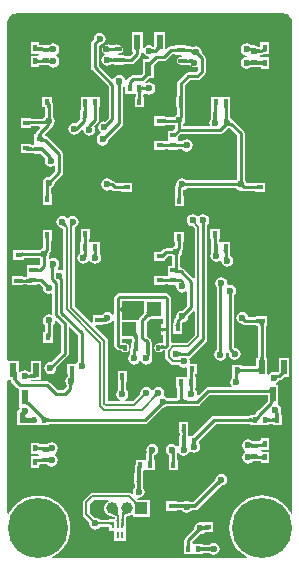
<source format=gbl>
%FSTAX23Y23*%
%MOIN*%
%SFA1B1*%

%IPPOS*%
%ADD10C,0.010000*%
%ADD11C,0.009840*%
%ADD16C,0.007870*%
%ADD20R,0.019680X0.047240*%
%ADD45C,0.011810*%
%ADD46C,0.015750*%
%ADD47R,0.039370X0.039370*%
%ADD48C,0.039370*%
%ADD49C,0.200000*%
%ADD50C,0.023620*%
%ADD51R,0.019680X0.015750*%
%ADD52R,0.015750X0.019680*%
%ADD53R,0.011810X0.023620*%
%ADD54R,0.051180X0.047240*%
%ADD55R,0.008820X0.023030*%
%LNusb2can-1*%
%LPD*%
G36*
X00141Y01819D02*
X00133Y01816D01*
X00127Y01811*
X00122Y01804*
X00119Y01796*
X00117Y01788*
X00118Y01788*
Y00665*
X00123Y00661*
X00156*
Y00626*
X00156Y00625*
X00157Y00625*
X00161Y00623*
X00161Y00624*
X00168Y00628*
X00176Y0063*
X00183Y00628*
X00189Y00624*
X00195*
Y00661*
X00231*
Y00598*
X00209*
X00208Y00598*
X00197*
X00197Y00598*
X002Y00593*
X00251*
X00256Y00592*
X0026Y00589*
X00286Y00563*
X00304*
X00315Y00573*
Y0058*
X00315Y00581*
X00315Y00581*
X00315Y00582*
X00314Y00582*
X00314Y00583*
X00314Y00583*
X00314Y00584*
X00314Y00584*
X00314Y00585*
X00312Y00587*
X00311Y00595*
X00312Y00602*
X00316Y00609*
X00319Y00611*
X0032Y00611*
X0032Y00611*
X0032Y00612*
X0032Y00612*
Y00617*
X00318*
Y00625*
X00318Y00625*
X00318Y00625*
Y00652*
X00347*
X00351Y00659*
X00352Y00659*
Y00749*
X00327Y00775*
X00322Y00773*
Y00685*
X00321Y0068*
X00318Y00676*
X00281Y00639*
X00281Y00637*
X0028Y0063*
X00275Y00623*
X00269Y00619*
X00261Y00617*
X00254Y00619*
X00247Y00623*
X00243Y0063*
X00241Y00637*
X00243Y00645*
X00247Y00652*
X00254Y00656*
X00261Y00657*
X00262Y00657*
X00296Y00691*
Y0078*
X00282Y00795*
X00276Y00793*
X00275Y00788*
X00271Y00781*
X0027Y00781*
Y00743*
X00269Y00738*
X00269Y00738*
Y00722*
X00237*
Y00757*
X00244*
Y00781*
X00243Y00781*
X00238Y00788*
X00237Y00796*
X00238Y00803*
X00243Y0081*
X00249Y00814*
X00257Y00816*
X00262Y00815*
X00267Y00817*
X00267Y00818*
Y00883*
X00262Y00886*
X00256Y00884*
X00248Y00886*
X00241Y0089*
X00237Y00897*
X00236Y00905*
X00236Y00906*
X00225Y00916*
X00218*
Y00915*
X00211*
X0021Y00915*
X0021Y00915*
X0021Y00915*
X0021Y00915*
X00191*
X00191Y00915*
X00191Y00915*
X00191Y00915*
X0019Y00915*
X00183*
Y00916*
X00183Y00916*
X00169*
Y00913*
X00161*
X00161Y00913*
X00161Y00913*
X00134*
Y00944*
X00161*
X00161Y00945*
X00161Y00944*
X00169*
Y00942*
X00183*
X00183Y00947*
Y00949*
Y0098*
X0021*
X0021Y0098*
X00211Y0098*
X00218*
X00223Y00981*
X00226Y00983*
Y01002*
X00225Y01003*
X00224Y01004*
X00173*
Y00999*
X00166*
X00165Y00999*
X00165Y00999*
X00138*
Y01031*
X00165*
X00165Y01031*
X00166Y01031*
X00173*
Y0103*
X00224*
X00225Y01031*
X00231Y01035*
X00236Y01036*
X00237Y01038*
Y01062*
X00235*
Y01097*
X00266*
Y01062*
X00264*
Y01032*
X00263Y01027*
X0026Y01023*
X00258Y01021*
X00259Y01017*
X00257Y01009*
X00255Y01005*
X00255Y01004*
X00257Y01002*
X0026Y01001*
X00263Y01003*
X00271Y01005*
X00278Y01003*
X00285Y00999*
X00289Y00992*
X00291Y00985*
X00289Y00977*
X00285Y0097*
X00283Y00969*
X00283Y00968*
X00289Y00964*
X00291Y00965*
X00298Y00963*
X00299Y00963*
X00303Y00965*
Y01101*
X00301Y01103*
X00301Y01103*
X003Y01104*
X003Y01104*
X00299Y01104*
X00298Y01104*
X00297Y01105*
X00296Y01105*
X00295Y01105*
X00293Y01106*
X00286Y0111*
X00282Y01117*
X00281Y01125*
X00282Y01132*
X00286Y01139*
X00293Y01143*
X00301Y01145*
X00308Y01143*
X00315Y01139*
X00316Y01137*
X00321*
X00321Y01139*
X00328Y01143*
X00336Y01145*
X00343Y01143*
X0035Y01139*
X00354Y01132*
X00356Y01125*
X00354Y01117*
X0035Y0111*
X00343Y01106*
X00343Y01106*
Y00844*
X00398Y00789*
X00403Y00791*
Y00813*
X0043*
X0043Y00813*
X00431Y00813*
X00432*
X00436Y00819*
X00443Y00823*
X00451Y00825*
X00458Y00823*
X00465Y00819*
X00467Y00815*
X00472Y00816*
Y00835*
Y00869*
X00473Y00874*
X00476Y00878*
X00482Y00884*
X00486Y00887*
X00491Y00888*
X00645*
X0065Y00887*
X00654Y00884*
X0066Y00878*
X00663Y00874*
X00664Y00869*
Y00765*
Y00725*
X00669Y00721*
X00671Y00722*
X00716*
X00742Y00748*
Y00825*
X00737Y00827*
X0072Y00811*
X00721Y0081*
X00719Y00802*
X00715Y00795*
X00708Y00791*
X00705Y0079*
X00701Y00787*
Y00779*
X00701Y00779*
X00701Y00779*
Y00752*
X00669*
Y00779*
X00669Y00779*
X00669Y00779*
Y00787*
X00672*
Y00794*
X00673Y00799*
X00676Y00803*
X00681Y00808*
X00681Y0081*
X00682Y00817*
X00686Y00824*
X00693Y00828*
X00701Y0083*
X00702Y00829*
X00717Y00845*
Y00891*
X00712Y00894*
X00708Y00891*
X00701Y00889*
X00693Y00891*
X00686Y00895*
X00682Y00902*
X00681Y0091*
X00676Y00914*
X00661*
X00661Y00914*
X00661Y00914*
X00653*
Y00916*
X00643*
Y00914*
X00636*
X00635Y00914*
X00635Y00914*
X00608*
Y00945*
X00635*
X00635Y00945*
X00636Y00945*
X00643*
Y00943*
X00652*
X00653Y00947*
Y00979*
X00667*
Y0101*
X00667Y0101*
X00652*
X00643Y01001*
Y00994*
X00608*
Y01025*
X0063*
X00637Y01033*
X00642Y01035*
X00647Y01036*
X00665*
X00666Y01039*
X00673Y01043*
X00677Y01044*
Y01057*
X00674*
Y01065*
X00674Y01065*
X00674Y01065*
Y01092*
X00706*
Y01065*
X00706Y01065*
X00706Y01065*
Y01057*
X00703*
Y01038*
X00702Y01033*
X007Y01029*
X00701Y01025*
X00699Y01017*
X00695Y0101*
X00694Y0101*
Y00973*
X00695*
X007Y00972*
X00704Y00969*
X00737Y00937*
X00742Y00939*
Y01103*
X00734Y01111*
X00728Y01112*
X00721Y01116*
X00717Y01123*
X00716Y0113*
X00717Y01138*
X00721Y01145*
X00728Y01149*
X00736Y01151*
X00743Y01149*
X0075Y01145*
X00751Y01143*
X00756*
X00756Y01144*
X00763Y01148*
X00771Y0115*
X00778Y01148*
X00785Y01144*
X00789Y01137*
X00791Y0113*
X00789Y01122*
X00785Y01115*
X00784Y01115*
Y00735*
X00783Y00729*
X0078Y00725*
X00745Y0069*
X0073Y00675*
X00726Y00672*
X00724Y00668*
X00724Y00667*
X00726Y0066*
X00725Y00656*
X00728Y00652*
X00749*
Y00617*
X00744*
Y00607*
X00746*
Y00599*
X00746Y00599*
X00746Y00599*
Y0058*
X00746Y0058*
X00746Y0058*
Y00572*
X00744*
Y00564*
X00745Y00564*
X00749Y00557*
X00751Y0055*
X00753Y00549*
X00755Y00548*
X00776Y00569*
X00781Y00572*
X00786Y00573*
X00862*
X00865Y00578*
X00862Y00582*
X00861Y0059*
X00862Y00597*
X00866Y00604*
X00867Y00604*
X00867Y00604*
X00867Y00605*
X00867Y00605*
X00867Y00605*
X00867Y00606*
Y00627*
X00868Y00627*
Y00647*
X00891*
X00891Y00647*
X00891Y00647*
X00899*
Y00643*
X00948*
Y00663*
X00948Y00663*
X00948Y00663*
Y00671*
X00953*
Y00779*
X00948*
Y00781*
X00911*
X00906Y00782*
X00902Y00785*
X00901Y00784*
X00893Y00786*
X00886Y0079*
X00882Y00797*
X00881Y00805*
X00882Y00812*
X00886Y00819*
X00893Y00823*
X00901Y00825*
X00908Y00823*
X00915Y00819*
X00919Y00812*
X0092Y00808*
X00948*
Y0081*
X00956*
X00956Y0081*
X00956Y0081*
X00983*
Y00787*
X00983Y00787*
X00983Y00787*
Y00779*
X00979*
Y00671*
X00984*
Y00663*
X00984Y00663*
X00984Y00663*
Y00616*
X00989Y00614*
X00991Y00619*
X00998Y00623*
X01006Y00625*
X01013Y00623*
X01014Y00623*
X01019*
X01023Y00627*
Y00671*
X01058*
Y00608*
X01041*
X01034Y006*
X01029Y00597*
X01024Y00596*
X01024*
X0102Y0059*
X01013Y00586*
X01014Y00581*
X01021*
Y00518*
X01023Y00514*
X01024Y00513*
X01029Y00507*
X0103Y00499*
X01029Y00491*
X01029Y00489*
Y00482*
X01034*
Y00474*
X01034Y00474*
X01034Y00474*
Y00447*
X0101*
X0101Y00447*
X0101Y00447*
X01002*
Y00451*
X00991*
Y00447*
X00984*
X00983Y00447*
X00983Y00447*
X0096*
X00958*
X00955*
X00935*
X00934Y00447*
X00934Y00447*
X00926*
Y00451*
X00813*
X00755Y00394*
Y00389*
X00759Y00382*
X00761Y00375*
X00759Y00367*
X00755Y0036*
X00748Y00356*
X00741Y00354*
X00733Y00356*
X0073Y00358*
X00724Y00357*
X0072Y0035*
X00713Y00346*
X00706Y00344*
X00698Y00346*
X00691Y0035*
X00689Y00354*
X00684Y00353*
X00684Y00353*
Y00332*
X00686*
Y00324*
X00686Y00324*
X00686Y00324*
Y00297*
X00655*
Y00324*
X00655Y00324*
X00655Y00324*
Y00332*
X00658*
Y00346*
X00651Y0035*
X00647Y00357*
X00646Y00365*
X00647Y00372*
X00651Y00379*
X00658Y00383*
X00666Y00385*
X00673Y00383*
X0068Y00379*
X00682Y00376*
X00687Y00376*
X0069Y00379*
Y00385*
X0069Y00385*
X0069Y00385*
Y00404*
X0069Y00404*
X0069Y00404*
Y00412*
X00692*
Y00422*
X0069*
Y0043*
X0069Y0043*
X0069Y0043*
Y00457*
X00721*
Y0043*
X00721Y0043*
X00721Y0043*
Y00422*
X00719*
Y00413*
X00723Y00412*
X00736*
X00798Y00474*
X00802Y00477*
X00807Y00478*
X00926*
Y00482*
X00934*
X00934Y00482*
X00935Y00482*
X0094*
X00943Y00485*
X00946Y00489*
X00953Y00497*
X00957Y00499*
X00985Y00528*
Y00546*
X00791*
X0076Y00515*
X00756Y00512*
X00751Y00511*
X00651*
X0065Y0051*
X00643Y00506*
X00636Y00504*
X00634Y00505*
X00585Y00455*
X00581Y00452*
X00576Y00451*
X00255*
Y00447*
X00247*
X00247Y00447*
X00247Y00447*
X00223*
X00221*
X00218*
X0019*
Y00448*
X00182*
X00181*
X00181Y00448*
Y00447*
X00174*
X00173Y00447*
X00173Y00447*
X00173Y00447*
X00173Y00447*
X0015*
Y00463*
X0015Y00465*
Y00485*
X00151Y00491*
X00154Y00496*
X00156Y00498*
X00157Y00502*
X00159Y00505*
X00158Y00508*
Y00567*
X00156Y00567*
X00151Y0057*
X00134Y00588*
X00131Y00592*
X0013Y00597*
X00129Y00598*
X0012*
X00118Y00594*
Y00153*
X00122Y00152*
X00123Y00153*
X00132Y00168*
X00143Y00181*
X00156Y00192*
X0017Y00201*
X00186Y00207*
X00202Y00211*
X00219Y00212*
X00236Y00211*
X00253Y00207*
X00268Y00201*
X00283Y00192*
X00296Y00181*
X00307Y00168*
X00316Y00153*
X00322Y00138*
X00326Y00121*
X00327Y00104*
X00326Y00087*
X00322Y00071*
X00316Y00055*
X00307Y00041*
X00296Y00028*
X00283Y00017*
X00268Y00008*
X00267Y00007*
X00268Y00003*
X00917*
X00918Y00007*
X00916Y00008*
X00902Y00017*
X00889Y00028*
X00878Y00041*
X00869Y00055*
X00863Y00071*
X00859Y00088*
X00857Y00105*
X00859Y00121*
X00863Y00138*
X00869Y00154*
X00878Y00168*
X00889Y00181*
X00902Y00192*
X00916Y00201*
X00932Y00207*
X00949Y00211*
X00966Y00213*
X00983Y00211*
X00999Y00207*
X01015Y00201*
X01029Y00192*
X01042Y00181*
X01053Y00168*
X01062Y00154*
X01063Y00152*
X01068Y00153*
Y01783*
Y01788*
X01067Y01793*
X01067Y01796*
X01063Y01804*
X01058Y01811*
X01052Y01816*
X01044Y01819*
X01036Y0182*
X01036Y0182*
X0015*
X00149Y0182*
X00141Y01819*
G37*
G36*
X00298Y01113D02*
X00299Y01113D01*
X00301Y01112*
X00302Y01111*
X00303Y01111*
X00304Y0111*
X00305Y0111*
X00306Y01109*
X00307Y01109*
X00308Y01108*
X00315Y01112*
X00314Y01113*
X00313Y01114*
X00313Y01115*
X00312Y01115*
X00312Y01116*
X00312Y01117*
X00312Y01118*
X00312Y01119*
X00312Y0112*
X00312Y01122*
X00298Y01113*
G37*
G36*
X00683Y01065D02*
X00683Y01064D01*
X00684Y01064*
X00684Y01063*
X00684Y01062*
X00685Y01061*
X00685Y0106*
X00685Y01058*
X00685Y01055*
X00695*
X00695Y01057*
X00695Y0106*
X00696Y01061*
X00696Y01062*
X00696Y01063*
X00697Y01064*
X00697Y01064*
X00697Y01065*
X00698Y01065*
X00682*
X00683Y01065*
G37*
G36*
X00682Y01036D02*
X00691Y01031D01*
X00691Y01031*
X00691Y01031*
X00691Y01031*
X00691Y01031*
X00691Y01032*
X00692Y01033*
X00694Y01034*
X00687Y01041*
X00682Y01036*
G37*
G36*
X00165Y01007D02*
X00165Y01008D01*
X00166Y01009*
X00166Y0101*
X00167Y0101*
X00168Y01011*
X00169Y01011*
X0017Y01012*
X00172Y01012*
X00173Y01012*
X00175Y01012*
Y01022*
X00173Y01022*
X00165Y01023*
X00165Y01023*
Y01007*
G37*
G36*
X0026Y00979D02*
X0026Y00979D01*
X0026Y00978*
X00261Y00976*
X00261Y00975*
X00261Y00972*
X00261Y00971*
X00271Y00966*
X00271Y00967*
X00271Y00968*
X00271Y00969*
X00272Y0097*
X00272Y00971*
X00272Y00971*
X00273Y00972*
X00273Y00973*
X00274Y00973*
X00275Y00973*
X0026Y0098*
X0026Y00979*
G37*
G36*
X0021Y00957D02*
X0021Y00957D01*
X00211Y00958*
X00211Y00958*
X00212Y00959*
X00213Y00959*
X00214Y00959*
X00215Y00959*
X00217Y00959*
X0022Y0096*
Y0097*
X00218Y0097*
X00215Y0097*
X00214Y0097*
X00213Y0097*
X00212Y0097*
X00211Y00971*
X00211Y00971*
X0021Y00972*
X0021Y00972*
Y00957*
G37*
G36*
X0068Y00955D02*
X0068Y00955D01*
X00681Y00955*
X00685Y00955*
X0069Y00955*
Y00965*
X00688Y00965*
X00687Y00965*
X00685Y00966*
X00684Y00966*
X00683Y00966*
X00682Y00967*
X00681Y00968*
X00681Y00968*
X0068Y00969*
X0068Y0097*
Y00955*
G37*
G36*
X00191Y00938D02*
X00191Y00937D01*
X0019Y00936*
X00189Y00936*
X00188Y00935*
X00187Y00935*
X00186Y00934*
X00185Y00934*
X00183Y00934*
X00181Y00934*
Y00924*
X00191Y00923*
X00191Y00939*
X00191Y00938*
G37*
G36*
X0021Y00923D02*
X0021Y00924D01*
X00211Y00924*
X00211Y00924*
X00212Y00924*
X00213Y00924*
X00215Y00924*
X0022Y00925*
Y00935*
X00218Y00935*
X00217Y00935*
X00215Y00935*
X00214Y00935*
X00213Y00936*
X00212Y00936*
X00211Y00937*
X00211Y00937*
X0021Y00938*
X0021Y00939*
Y00923*
G37*
G36*
X00635Y00922D02*
X00635Y00922D01*
X00636Y00923*
X00636Y00923*
X00637Y00924*
X00638Y00924*
X00639Y00924*
X0064Y00924*
X00642Y00924*
X00645Y00925*
Y00935*
X00643Y00935*
X0064Y00935*
X00639Y00935*
X00638Y00935*
X00637Y00935*
X00636Y00936*
X00636Y00936*
X00635Y00937*
X00635Y00937*
Y00922*
G37*
G36*
X00661Y00937D02*
X0066Y00936D01*
X0066Y00936*
X00659Y00935*
X00658Y00935*
X00657Y00935*
X00656Y00935*
X00654Y00935*
X00651Y00935*
Y00925*
X00653Y00924*
X00656Y00924*
X00657Y00924*
X00658Y00924*
X00659Y00924*
X0066Y00923*
X0066Y00923*
X00661Y00922*
X00661Y00922*
Y00937*
X00661Y00937*
G37*
G36*
X0068Y00922D02*
X0068Y00922D01*
X00681Y00923*
X00681Y00923*
X00682Y00924*
X00683Y00924*
X00684Y00924*
X00685Y00924*
X00687Y00924*
X0069Y00925*
Y00935*
X00688Y00935*
X00685Y00935*
X00684Y00935*
X00683Y00935*
X00682Y00935*
X00681Y00936*
X00681Y00936*
X0068Y00937*
X0068Y00937*
Y00922*
G37*
G36*
X00161Y00921D02*
X00161Y00922D01*
X00161Y00922*
X00162Y00922*
X00163Y00923*
X00164Y00923*
X00165Y00923*
X00166Y00923*
X00167Y00924*
X00171Y00924*
Y00934*
X00169Y00934*
X00166Y00934*
X00165Y00934*
X00164Y00934*
X00163Y00935*
X00162Y00935*
X00161Y00935*
X00161Y00936*
X00161Y00936*
Y00921*
G37*
G36*
X00499Y00842D02*
X00499Y00841D01*
X00498Y0084*
X00497Y0084*
X00496Y00839*
X00495Y00839*
X00494Y00838*
X00492Y00838*
X00491Y00838*
X00489Y00838*
Y00828*
X00491Y00828*
X00492Y00828*
X00494Y00828*
X00495Y00827*
X00496Y00827*
X00497Y00826*
X00498Y00826*
X00499Y00825*
X00499Y00824*
X00499Y00823*
Y00843*
X00499Y00842*
G37*
G36*
X00582Y00823D02*
X00582Y00822D01*
Y00821*
X00582Y0082*
X00581Y00818*
X00581Y00817*
X00579Y00815*
X00578Y00813*
X00574Y00809*
X00581Y00802*
X00584Y00804*
X00587Y00807*
X00589Y00809*
X0059Y00809*
X00592Y0081*
X00593Y0081*
X00594*
X00595Y0081*
X00596Y00809*
X00581Y00824*
X00582Y00823*
G37*
G36*
X00592Y00801D02*
X00589Y00799D01*
X00582Y00791*
Y00743*
X00582Y00742*
X00585Y00742*
X00589Y00739*
X00595Y00733*
X00598Y00729*
X00599Y00724*
Y00722*
X00601*
Y00714*
X00601Y00714*
X00601Y00714*
Y00695*
X00601Y00695*
X00601Y00695*
Y00687*
X00599*
Y0068*
X00598Y00678*
X00599Y00677*
X00601Y0067*
X00599Y00662*
X00595Y00655*
X00588Y00651*
X00581Y00649*
X00573Y00651*
X00566Y00655*
X00563Y0066*
X00558*
X00555Y00655*
X00548Y00651*
X00541Y00649*
X00533Y00651*
X00526Y00655*
X00522Y00662*
X00521Y0067*
X00522Y00677*
X00526Y00684*
X00527Y00684*
X00527Y00684*
X00527Y00685*
X00527Y00685*
X00527Y00685*
X00527Y00686*
Y007*
X00528Y00705*
X0053Y00707*
Y00714*
X0053Y00714*
X0053Y00714*
Y00722*
X00532*
Y00735*
X00499*
Y00722*
X00507*
X00512Y00721*
X00517Y00719*
X00519Y00716*
X00522Y00712*
X00523Y00706*
Y00705*
X00522Y00699*
X00519Y00695*
X00515Y00692*
X0051Y00691*
X00506Y00692*
X00506Y00692*
X00506Y00692*
X00505Y00692*
X00503Y00691*
X00503Y00691*
X00503Y00691*
X00501Y00692*
X005Y00692*
X005Y00692*
X005Y00692*
X00499Y00693*
X00498Y00693*
X00497Y00693*
X00497Y00694*
X00496Y00695*
X00496Y00695*
X00495Y00696*
X00495Y00696*
X00495Y00696*
X00495Y00696*
X00491*
X00486Y00697*
X00482Y007*
X00476Y00706*
X00473Y0071*
X00472Y00715*
Y00793*
X00467Y00794*
X00465Y0079*
X00458Y00786*
X00451Y00784*
X00448Y00785*
X00448Y00785*
X00448Y00785*
X00443Y00784*
X00438*
Y00781*
X00431*
X0043Y00781*
X0043Y00781*
X00413*
X00411Y00776*
X0045Y00737*
X00452Y00733*
X00453Y00729*
Y00527*
X00491*
X00492Y00527*
X00492Y00532*
X00486Y00535*
X00482Y00542*
X00481Y0055*
X00482Y00557*
X00486Y00564*
X00487Y00564*
Y00592*
X00485*
Y006*
X00485Y006*
X00485Y006*
Y00627*
X00516*
Y006*
X00516Y006*
X00516Y006*
Y00592*
X00514*
Y00564*
X00515Y00564*
X00519Y00557*
X00521Y0055*
X00519Y00542*
X00515Y00535*
X00509Y00532*
X0051Y00527*
X0051Y00527*
X00536*
X00561Y00552*
X00561Y00555*
X00562Y00562*
X00566Y00569*
X00573Y00573*
X00581Y00575*
X00588Y00573*
X00595Y00569*
X00598Y00564*
X00603*
X00606Y00569*
X00613Y00573*
X00621Y00575*
X00628Y00573*
X00635Y00569*
X00639Y00562*
X00641Y00555*
X00639Y00547*
X0064Y00544*
X00643Y00543*
X0065Y00539*
X00651Y00538*
X00684*
Y00572*
X00681*
Y0058*
X00681Y0058*
X00681Y0058*
Y00607*
X00713*
X00717Y00608*
Y00617*
X00717*
Y00625*
X00717Y00625*
X00717Y00625*
Y00625*
X00717Y00625*
X00717Y00625*
Y00638*
X00712Y00641*
X00706Y00639*
X00698Y00641*
X00691Y00645*
X0069Y00647*
X00671*
X00666Y00648*
X00662Y00651*
X00647Y00666*
X00644Y0067*
X00644Y00675*
Y00695*
X00642Y00696*
X00637*
X00636Y00696*
X00636Y00696*
X00636Y00696*
X00636Y00695*
X00635Y00695*
X00634Y00694*
X00634Y00693*
X00634Y00693*
X00633Y00693*
X00632Y00692*
X00631Y00692*
X00631Y00692*
X0063Y00692*
X00629Y00691*
X00628Y00691*
X00628Y00691*
X00627Y00692*
X00626Y00692*
X00625Y00692*
X00625*
X00621Y00691*
X00616Y00692*
X00612Y00695*
X00609Y00699*
X00608Y00705*
Y00706*
X00609Y00711*
X00612Y00716*
X00615Y00719*
X00619Y00721*
X00624Y00722*
X00637*
Y00744*
X00637Y00744*
X00637Y00745*
X00635Y00747*
X00632Y00748*
X00632Y00748*
X00632Y00748*
X00631Y00748*
X0063Y00748*
X00629Y00749*
X00629Y00749*
X00628Y00749*
X00628Y0075*
X00627Y0075*
X00626Y00751*
X00626Y00751*
X00626Y00752*
X00625Y00753*
X00607*
X00602Y00754*
X00598Y00757*
X00595Y00761*
X00594Y00766*
X00595Y00771*
X00598Y00775*
X00602Y00778*
X00607Y00779*
X00625*
X00626Y0078*
X00626Y00781*
X00626Y00781*
X00627Y00782*
X00628Y00782*
X00628Y00783*
X00629Y00783*
X00629Y00783*
X0063Y00784*
X00631Y00784*
X00632Y00784*
X00632Y00784*
X00632Y00784*
X00635Y00786*
X00637Y00787*
X00637Y00788*
X00637Y00788*
Y00801*
X00596*
X00596Y00801*
X00595Y00801*
X00593*
X00592Y00801*
G37*
G36*
X00499Y00856D02*
X005Y00851D01*
X00501Y00851*
X00502Y0085*
X00502Y0085*
X00503Y0085*
X00504Y00849*
X00505Y00849*
X00505Y00848*
X00505Y00848*
X00506Y00847*
X00506Y00846*
X00524*
X00529Y00845*
X00534Y00842*
X00536Y00838*
X00537Y00833*
X00536Y00828*
X00534Y00824*
X00529Y00821*
X00524Y0082*
X00506*
X00506Y00819*
X00505Y00818*
X00505Y00818*
X00505Y00817*
X00504Y00817*
X00503Y00816*
X00502Y00816*
X00502Y00816*
X00501Y00815*
X005Y00815*
X00499Y0081*
Y00798*
X00556*
X00556Y00801*
X00559Y00806*
X0057Y00817*
X00572Y00819*
X00573Y0082*
X00573Y00821*
Y00823*
X00573Y00824*
X00573Y00824*
Y00861*
X00499*
Y00856*
G37*
G36*
X00439Y00805D02*
X00438Y00804D01*
X00438Y00803*
X00438Y00803*
X00437Y00803*
X00436Y00802*
X00435Y00802*
X00435Y00802*
X00434Y00802*
X00433Y00802*
X00432Y00803*
X00431Y00803*
X00431Y00804*
X0043Y00804*
X0043Y00805*
Y00789*
X0043Y0079*
X00431Y0079*
X00431Y0079*
X00432Y00791*
X00433Y00791*
X00434Y00791*
X00435Y00792*
X00437Y00792*
X0044Y00792*
Y00792*
X00448Y00793*
X00439Y00805*
X00439Y00805*
G37*
G36*
X0068Y00787D02*
X0068Y00784D01*
X0068Y00783*
X00679Y00782*
X00679Y00781*
X00679Y0078*
X00678Y0078*
X00678Y00779*
X00677Y00779*
X00693*
X00692Y00779*
X00692Y0078*
X00692Y0078*
X00691Y00781*
X00691Y00782*
X00691Y00783*
X0069Y00784*
X0069Y00786*
X0069Y00789*
X0068*
X0068Y00787*
G37*
G36*
X00956Y00802D02*
X00955Y00801D01*
X00955Y00801*
X00954Y008*
X00953Y008*
X00952Y008*
X00951Y008*
X00949Y008*
X00946Y008*
Y0079*
X00948Y00789*
X00951Y00789*
X00952Y00789*
X00953Y00789*
X00954Y00789*
X00955Y00788*
X00955Y00788*
X00956Y00787*
X00956Y00787*
X00957Y00787*
X00958Y00786*
X00958Y00786*
X00959Y00785*
X00959Y00784*
X0096Y00783*
X0096Y00782*
X00961Y0078*
X00961Y00779*
X00961Y00777*
X00971*
X00971Y00779*
X00971Y0078*
X00971Y00782*
X00971Y00783*
X00972Y00784*
X00972Y00785*
X00973Y00786*
X00974Y00786*
X00974Y00787*
X00975Y00787*
X00956*
Y00802*
X00956Y00802*
G37*
G36*
X00632Y00756D02*
X00632Y00757D01*
X00633Y00758*
X00633Y00759*
X00634Y00759*
X00635Y0076*
X00636Y0076*
X00637Y00761*
X00639Y00761*
X0064Y00761*
X00642Y00761*
Y00771*
X0064Y00771*
X00639Y00771*
X00637Y00771*
X00636Y00772*
X00635Y00772*
X00634Y00773*
X00633Y00773*
X00633Y00774*
X00632Y00775*
X00632Y00776*
Y00756*
G37*
G36*
X00252Y00757D02*
X00252Y00756D01*
X00251Y00754*
X00251Y00753*
X0025Y00752*
X0025Y00751*
X00249Y0075*
X00249Y0075*
X00248Y00749*
X00247Y00749*
X00261*
X00261Y00749*
X00261Y0075*
X00261Y0075*
X00261Y00751*
X00261Y00752*
X00262Y00754*
X00262Y00759*
X00252*
X00252Y00757*
G37*
G36*
X00537Y00742D02*
X00537Y00742D01*
X00538Y00742*
X00539Y00741*
X00539Y0074*
X0054Y00739*
X0054Y00738*
X0054Y00736*
X00541Y00734*
X00541Y00733*
X00551*
X00551Y00734*
X0055Y00742*
X0055Y00742*
X0055Y00742*
X0055Y00743*
X00536*
X00537Y00742*
G37*
G36*
X00541Y00722D02*
X0054Y00719D01*
X0054Y00718*
X0054Y00717*
X0054Y00716*
X00539Y00715*
X00539Y00715*
X00538Y00714*
X00538Y00714*
X00553*
X00553Y00714*
X00552Y00715*
X00552Y00715*
X00552Y00716*
X00551Y00717*
X00551Y00718*
X00551Y00719*
X00551Y00721*
X00551Y00724*
X00541*
X00541Y00722*
G37*
G36*
X00581Y00722D02*
X0058Y00719D01*
X0058Y00718*
X0058Y00717*
X0058Y00716*
X00579Y00715*
X00579Y00715*
X00578Y00714*
X00578Y00714*
X00593*
X00593Y00714*
X00592Y00715*
X00592Y00715*
X00592Y00716*
X00591Y00717*
X00591Y00718*
X00591Y00719*
X00591Y0072*
X00591Y00724*
X00581*
X00581Y00722*
G37*
G36*
X00492Y00704D02*
X00494Y00704D01*
X00496Y00704*
X00498Y00704*
X00499Y00704*
X005Y00703*
X00501Y00703*
X00502Y00702*
X00502Y00701*
X00502Y007*
X00503Y00699*
X00502Y00714*
X00492Y00714*
Y00704*
G37*
G36*
X00629Y00714D02*
X00629Y00699D01*
X00629Y007*
X00629Y00701*
X0063Y00702*
X0063Y00703*
X00631Y00703*
X00632Y00704*
X00634Y00704*
X00635Y00704*
X00637Y00704*
X00639Y00704*
Y00714*
X00629Y00714*
G37*
G36*
X00578Y00695D02*
X00579Y00694D01*
X00579Y00694*
X0058Y00693*
X0058Y00692*
X0058Y00691*
X0058Y0069*
X0058Y00688*
X00581Y00685*
X00591*
X00591Y00687*
X00591Y0069*
X00591Y00691*
X00591Y00692*
X00592Y00693*
X00592Y00694*
X00592Y00694*
X00593Y00695*
X00593Y00695*
X00578*
X00578Y00695*
G37*
G36*
X00538Y00695D02*
X00537Y00695D01*
X00537Y00694*
X00537Y00694*
X00536Y00693*
X00536Y00692*
X00536Y00691*
X00536Y0069*
X00536Y00687*
X00536*
X00536Y00686*
X00535Y00685*
X00535Y00684*
X00535Y00683*
X00535Y00682*
X00534Y00681*
X00534Y0068*
X00534Y00679*
X00533Y00679*
X00532Y00678*
X00549*
X00548Y00679*
X00548Y00679*
X00547Y0068*
X00547Y00681*
X00546Y00682*
X00546Y00683*
X00546Y00684*
X00546Y00685*
X00546Y00686*
X00546Y00687*
X00546Y00688*
X00546Y0069*
X00546Y00691*
X00547Y00692*
X00547Y00693*
X00548Y00694*
X00549Y00694*
X0055Y00695*
X00551Y00695*
X00538Y00695*
G37*
G36*
X00689Y00676D02*
X0069Y00677D01*
X0069Y00677*
X00691Y00678*
X00692Y00678*
X00693Y00679*
X00694Y00679*
X00695Y00679*
X00696Y00679*
X00697Y00679*
X00698Y0068*
Y0069*
X00697Y0069*
X00696Y0069*
X00695Y0069*
X00694Y0069*
X00693Y0069*
X00692Y00691*
X00691Y00691*
X0069Y00692*
X0069Y00692*
X00689Y00693*
Y00676*
G37*
G36*
X00961Y00671D02*
X00961Y00669D01*
X0096Y00668*
X0096Y00667*
X0096Y00666*
X00959Y00665*
X00958Y00664*
X00958Y00663*
X00957Y00663*
X00956Y00663*
X00976*
X00975Y00663*
X00974Y00663*
X00973Y00664*
X00972Y00665*
X00972Y00666*
X00971Y00667*
X00971Y00668*
X00971Y00669*
X00971Y00671*
X00971Y00673*
X00961*
X00961Y00671*
G37*
G36*
X00891Y0062D02*
X00891Y00621D01*
X00891Y00621*
X00892Y00622*
X00893Y00623*
X00894Y00623*
X00895Y00624*
X00896Y00624*
X00897Y00624*
X00899Y00624*
X00901Y00625*
Y00635*
X00899Y00635*
X00897Y00635*
X00896Y00635*
X00895Y00635*
X00894Y00636*
X00893Y00636*
X00892Y00637*
X00891Y00638*
X00891Y00638*
X00891Y00639*
Y0062*
G37*
G36*
X00956Y00639D02*
X00956Y00638D01*
X00955Y00637*
X00955Y00636*
X00954Y00636*
X00953Y00635*
X00951Y00635*
X0095Y00635*
X00948Y00635*
X00946Y00635*
Y00625*
X00948Y00624*
X0095Y00624*
X00951Y00624*
X00953Y00624*
X00954Y00623*
X00955Y00623*
X00955Y00622*
X00956Y00621*
X00956Y0062*
X00956Y0062*
Y0064*
X00956Y00639*
G37*
G36*
X00725Y00625D02*
X00725Y00624D01*
X00725Y00624*
X00725Y00623*
X00726Y00618*
X00726Y00615*
X00736*
X00736Y00617*
X00736Y00618*
X00736Y0062*
X00736Y00621*
X00737Y00622*
X00737Y00623*
X00738Y00624*
X00739Y00624*
X0074Y00625*
X00741Y00625*
X00725*
X00725Y00625*
G37*
G36*
X00326Y00625D02*
X00327Y00624D01*
X00327Y00624*
X00327Y00623*
X00328Y00622*
X00328Y00621*
X00328Y0062*
X00328Y00618*
X00328Y00615*
X00338*
X00338Y00617*
X00339Y0062*
X00339Y00621*
X00339Y00622*
X00339Y00623*
X0034Y00624*
X0034Y00624*
X00341Y00625*
X00341Y00625*
X00326*
X00326Y00625*
G37*
G36*
X00876Y0062D02*
X00876Y0062D01*
X00876Y00619*
X00876Y0061*
X00886*
X00886Y00612*
X00886Y00613*
X00886Y00615*
X00886Y00616*
X00887Y00617*
X00887Y00618*
X00888Y00619*
X00889Y00619*
X0089Y0062*
X00891Y0062*
X00876Y0062*
G37*
G36*
X00203Y0062D02*
X00203Y00619D01*
X00202Y00618*
X00202Y00618*
X00201Y00617*
X002Y00617*
X00198Y00616*
X00197Y00616*
X00195Y00616*
X00193Y00616*
Y00606*
X00203Y00606*
X00203Y00621*
X00203Y0062*
G37*
G36*
X00328Y00612D02*
X00328Y00611D01*
X00328Y0061*
X00328Y00609*
X00327Y00608*
X00327Y00607*
X00326Y00606*
X00326Y00606*
X00325Y00605*
X00324Y00605*
X00341Y00601*
X0034Y00602*
X0034Y00602*
X00339Y00603*
X00339Y00604*
X00339Y00605*
X00339Y00606*
X00338Y00608*
X00338Y00609*
X00338Y00611*
X00328Y00613*
X00328Y00612*
G37*
G36*
X00726Y00607D02*
X00725Y00604D01*
X00725Y00603*
X00725Y00602*
X00725Y00601*
X00724Y006*
X00724Y006*
X00723Y00599*
X00723Y00599*
X00738*
X00738Y00599*
X00737Y006*
X00737Y006*
X00737Y00601*
X00736Y00602*
X00736Y00603*
X00736Y00604*
X00736Y00606*
X00736Y00609*
X00726*
X00726Y00607*
G37*
G36*
X00876Y00606D02*
X00875Y00605D01*
X00875Y00604*
X00875Y00603*
X00875Y00602*
X00874Y00601*
X00874Y006*
X00874Y00599*
X00873Y00599*
X00872Y00598*
X00889*
X00888Y00599*
X00888Y00599*
X00887Y006*
X00887Y00601*
X00886Y00602*
X00886Y00603*
X00886Y00604*
X00886Y00605*
X00886Y00606*
X00886Y00607*
X00876*
X00876Y00606*
G37*
G36*
X00135Y00606D02*
X00136Y00606D01*
X00136Y00605*
X00137Y00605*
X00137Y00604*
X00137Y00603*
X00138Y00602*
X00138Y006*
X00138Y00599*
X00138Y00597*
X00148*
X00148Y00606*
X00134Y00606*
X00135Y00606*
G37*
G36*
X00493Y006D02*
X00494Y00599D01*
X00494Y00599*
X00495Y00598*
X00495Y00597*
X00495Y00596*
X00495Y00595*
X00495Y00593*
X00496Y0059*
X00506*
X00506Y00592*
X00506Y00595*
X00506Y00596*
X00506Y00597*
X00507Y00598*
X00507Y00599*
X00507Y00599*
X00508Y006*
X00508Y006*
X00493*
X00493Y006*
G37*
G36*
X00321Y00587D02*
X00322Y00587D01*
X00322Y00586*
X00322Y00585*
X00322Y00584*
X00323Y00583*
X00323Y00582*
X00323Y0058*
X00323Y00578*
X00333Y00576*
X00333Y00577*
X00333Y00578*
X00333Y00579*
X00334Y0058*
X00334Y00581*
X00334Y00582*
X00335Y00583*
X00335Y00583*
X00336Y00584*
X00337Y00584*
X00321Y00588*
X00321Y00587*
G37*
G36*
X0069Y0058D02*
X0069Y00579D01*
X00691Y00579*
X00691Y00578*
X00691Y00577*
X00692Y00576*
X00692Y00575*
X00692Y00573*
X00692Y0057*
X00702*
X00702Y00572*
X00702Y00575*
X00703Y00576*
X00703Y00577*
X00703Y00578*
X00703Y00579*
X00704Y00579*
X00704Y0058*
X00705Y0058*
X00689*
X0069Y0058*
G37*
G36*
X00723D02*
X00724Y00579D01*
X00724Y00579*
X00725Y00578*
X00725Y00577*
X00725Y00576*
X00725Y00575*
X00725Y00573*
X00726Y0057*
X00736*
X00736Y00572*
X00736Y00575*
X00736Y00576*
X00736Y00577*
X00737Y00578*
X00737Y00579*
X00737Y00579*
X00738Y0058*
X00738Y0058*
X00723*
X00723Y0058*
G37*
G36*
X00994Y00569D02*
X00993Y00568D01*
X00993Y00567*
X00992Y00566*
X00991Y00566*
X0099Y00565*
X00989Y00565*
X00987Y00565*
X00985Y00565*
X00983Y00565*
Y00555*
X00985Y00554*
X00987Y00554*
X00989Y00554*
X0099Y00554*
X00991Y00553*
X00992Y00553*
X00993Y00552*
X00993Y00551*
X00994Y0055*
X00994Y0055*
Y0057*
X00994Y00569*
G37*
G36*
X00609Y00553D02*
X00609Y00552D01*
X00608Y00551*
X00608Y0055*
X00608Y00549*
X00607Y00548*
X00607Y00547*
X00606Y00546*
X00606Y00545*
X00605Y00544*
X00611Y00539*
X00611Y0054*
X00612Y0054*
X00613Y00541*
X00614Y00541*
X00615Y00542*
X00616Y00542*
X00617Y00542*
X00618Y00543*
X00619Y00543*
X0062Y00543*
X00609Y00554*
X00609Y00553*
G37*
G36*
X00694Y0053D02*
X00694Y0053D01*
X00693Y0053*
X00686Y0053*
X00684Y0053*
X00706Y0052*
X00719Y0053*
X00717Y0053*
X00715Y0053*
X00713Y0053*
X00711Y00531*
X00709Y00531*
X00708Y00532*
X00706Y00533*
X00704Y00534*
X00703Y00535*
X00701Y00537*
X00694Y0053*
G37*
G36*
X00176Y00516D02*
X00176Y00517D01*
X00177Y00517*
X00178Y00517*
X00179Y00517*
X00181Y00517*
X00182Y00516*
X00184Y00515*
X00186Y00513*
X0019Y00509*
X00196Y00517*
X00193Y0052*
X00188Y00526*
X00187Y00528*
X00186Y0053*
X00185Y00531*
X00185Y00533*
X00185Y00534*
X00185Y00535*
X00176Y00516*
G37*
G36*
X01011Y00482D02*
X01011Y00475D01*
X0101Y00475*
X0101Y00474*
X0101Y00474*
X01026*
X01025Y00474*
X01024Y00475*
X01023Y00475*
X01023Y00476*
X01022Y00477*
X01022Y00478*
X01021Y00479*
X01021Y00481*
X01021Y00482*
X01021Y00484*
X01011*
X01011Y00482*
G37*
G36*
X00224Y00475D02*
X00226Y00473D01*
X00229Y00469*
X00231Y00467*
X00231Y00466*
X00232Y00464*
X00232Y00463*
Y00462*
X00232Y00461*
X00231Y00461*
X00246Y00474*
X00245Y00474*
X00244Y00473*
X00243Y00473*
X00242Y00474*
X00241Y00474*
X00239Y00475*
X00238Y00476*
X00236Y00478*
X00232Y00481*
X00224Y00475*
G37*
G36*
X00173Y00455D02*
X00174Y00455D01*
X00174Y00455*
X00175Y00456*
X00176Y00456*
X00177Y00456*
X00181Y00456*
X00189Y00457*
Y00472*
X00186Y00472*
X00176Y00473*
X00175Y00473*
X00174Y00474*
X00174Y00474*
X00173Y00474*
Y00455*
G37*
G36*
X00247D02*
X00247Y00456D01*
X00247Y00456*
X00248Y00457*
X00248Y00458*
X00249Y00458*
X0025Y00459*
X00252Y00459*
X00253Y00459*
X00255Y00459*
X00257Y0046*
Y0047*
X00255Y0047*
X00253Y0047*
X00252Y0047*
X0025Y0047*
X00249Y00471*
X00248Y00471*
X00248Y00472*
X00247Y00473*
X00247Y00473*
X00247Y00474*
Y00455*
G37*
G36*
X00934Y00473D02*
X00934Y00473D01*
X00933Y00472*
X00933Y00471*
X00932Y00471*
X00931Y0047*
X00929Y0047*
X00928Y0047*
X00926Y0047*
X00924Y0047*
Y0046*
X00926Y00459*
X00928Y00459*
X00929Y00459*
X00931Y00459*
X00932Y00458*
X00933Y00458*
X00933Y00457*
X00934Y00456*
X00934Y00456*
X00934Y00455*
Y00474*
X00934Y00473*
G37*
G36*
X00983Y00455D02*
X00983Y00456D01*
X00984Y00456*
X00984Y00457*
X00985Y00458*
X00986Y00458*
X00987Y00459*
X00988Y00459*
X0099Y00459*
X00991Y00459*
X00993Y0046*
Y0047*
X00991Y0047*
X0099Y0047*
X00988Y0047*
X00987Y0047*
X00986Y00471*
X00985Y00471*
X00984Y00472*
X00984Y00473*
X00983Y00473*
X00983Y00474*
Y00455*
G37*
G36*
X0101Y00473D02*
X0101Y00473D01*
X01009Y00472*
X01009Y00471*
X01008Y00471*
X01007Y0047*
X01005Y0047*
X01004Y0047*
X01002Y0047*
X01Y0047*
Y0046*
X01002Y00459*
X01004Y00459*
X01005Y00459*
X01007Y00459*
X01008Y00458*
X01009Y00458*
X01009Y00457*
X0101Y00456*
X0101Y00456*
X0101Y00455*
Y00474*
X0101Y00473*
G37*
G36*
X00698Y0043D02*
X00699Y00429D01*
X00699Y00429*
X007Y00428*
X007Y00427*
X007Y00426*
X007Y00425*
X007Y00423*
X00701Y0042*
X00711*
X00711Y00422*
X00711Y00425*
X00711Y00426*
X00711Y00427*
X00712Y00428*
X00712Y00429*
X00712Y00429*
X00713Y0043*
X00713Y0043*
X00698*
X00698Y0043*
G37*
G36*
X00701Y00412D02*
X007Y00409D01*
X007Y00408*
X007Y00407*
X007Y00406*
X00699Y00405*
X00699Y00405*
X00698Y00404*
X00698Y00404*
X00713*
X00713Y00404*
X00712Y00405*
X00712Y00405*
X00712Y00406*
X00711Y00407*
X00711Y00408*
X00711Y00409*
X00711Y00411*
X00711Y00414*
X00701*
X00701Y00412*
G37*
G36*
X00698Y00385D02*
X00699Y00384D01*
X00699Y00384*
X007Y00383*
X007Y00382*
X007Y00381*
X007Y0038*
X007Y00379*
X007Y00379*
X007Y00378*
X007Y00377*
X00699Y00376*
X00699Y00375*
X00699Y00374*
X00698Y00374*
X00697Y00373*
X00714*
X00713Y00374*
X00713Y00374*
X00712Y00375*
X00712Y00376*
X00711Y00377*
X00711Y00378*
X00711Y00379*
X00711Y00379*
X00711Y0038*
X00711Y00381*
X00711Y00382*
X00712Y00383*
X00712Y00384*
X00712Y00384*
X00713Y00385*
X00713Y00385*
X00698*
X00698Y00385*
G37*
G36*
X00662Y00353D02*
X00662Y00353D01*
X00663Y00353*
X00664Y00352*
X00664Y00351*
X00665Y00351*
X00665Y0035*
X00665Y00349*
X00666Y00348*
X00666Y00347*
X00666Y00346*
X00676Y00351*
X00676Y00352*
X00676Y00357*
X00676Y00358*
X00676Y0036*
X00677Y0036*
X00662Y00353*
G37*
G36*
X00666Y00332D02*
X00665Y00329D01*
X00665Y00328*
X00665Y00327*
X00665Y00326*
X00664Y00325*
X00664Y00325*
X00663Y00324*
X00663Y00324*
X00678*
X00678Y00324*
X00677Y00325*
X00677Y00325*
X00677Y00326*
X00676Y00327*
X00676Y00328*
X00676Y00329*
X00676Y00331*
X00676Y00334*
X00666*
X00666Y00332*
G37*
%LNusb2can-2*%
%LPC*%
G36*
X00197Y01724D02*
X00224D01*
Y01715*
X00259*
X00263Y01718*
X00271Y0172*
X00278Y01718*
X00285Y01714*
X00289Y01707*
X00291Y017*
X00289Y01692*
X00285Y01685*
X0028Y01682*
Y01677*
X00285Y01674*
X00289Y01667*
X00291Y0166*
X00289Y01652*
X00285Y01645*
X00278Y01641*
X00271Y01639*
X00263Y01641*
X00256Y01645*
X00256Y01646*
X00224*
Y0164*
X00197*
Y01679*
X00221*
X00222Y01683*
X0022Y01685*
X00217*
X00216Y01685*
X00216Y01685*
X00197*
Y01724*
G37*
G36*
X00533Y01756D02*
X00569D01*
Y01706*
X00574Y01704*
X00576Y01709*
X00583Y01713*
X00591Y01715*
X00598Y01713*
X00604Y01709*
X00608Y01712*
Y01756*
X00643*
Y01704*
X00648Y01702*
X00653Y01707*
X00657Y01709*
X00662Y0171*
X00678*
Y01713*
X00686*
X00686Y01713*
X00686Y01713*
X00705*
X00705Y01713*
X00706Y01713*
X00713*
Y0171*
X00728*
X00733Y01709*
X00736Y01707*
X00736Y01707*
X00736Y01707*
X00736Y01707*
X00738Y01708*
X00746Y0171*
X00753Y01708*
X0076Y01704*
X00764Y01697*
X00766Y0169*
X00765Y01688*
X00775Y01679*
X00778Y01675*
X00779Y0167*
Y01625*
X00778Y01619*
X00775Y01615*
X0076Y016*
X00756Y01597*
X00751Y01596*
X00726*
X00709Y01579*
Y01542*
X00711*
Y01534*
X00711Y01534*
X00711Y01534*
Y01515*
X00711Y01515*
X00711Y01515*
Y01507*
X00709*
Y01473*
X00709Y01473*
X00709Y01472*
X00711Y01465*
X00709Y01457*
X00705Y0145*
X00704Y0145*
Y01443*
X00789*
X00792Y01448*
X00791Y01454*
X00792Y01462*
X00795Y01466*
Y0147*
X00795Y0147*
X00795Y0147*
Y01489*
X00795Y01489*
X00795Y01489*
Y01497*
X00798*
Y01507*
X00796*
Y01515*
X00796Y01515*
X00796Y01515*
Y01542*
X00828*
X0083*
X00861*
Y01515*
X00861Y01515*
X00861Y01515*
Y01507*
X00859*
Y01473*
X00865Y01469*
X00868Y01464*
X00868Y01464*
X00872Y01461*
X00905Y01429*
X00908Y01425*
X00909Y0142*
Y01264*
X0091Y01264*
X00914Y01257*
X00915Y01253*
X00943*
Y01255*
X00951*
X00951Y01255*
X00951Y01255*
X00978*
Y01224*
X00951*
X00951Y01224*
X00951Y01224*
X00943*
Y01226*
X00906*
X00901Y01227*
X00897Y0123*
X00896Y01229*
X00888Y01231*
X00881Y01235*
X00881Y01236*
X00716*
X00715Y01235*
X00708Y01231*
X00704Y0123*
Y01212*
X00706*
Y01204*
X00706Y01204*
X00706Y01204*
Y01177*
X00675*
Y01204*
X00675Y01204*
X00675Y01204*
Y01212*
X00677*
Y0124*
X00678Y01245*
X00681Y01248*
X00681Y0125*
X00682Y01257*
X00686Y01264*
X00693Y01268*
X00701Y0127*
X00708Y01268*
X00715Y01264*
X00716Y01263*
X00881*
X00881Y01264*
X00882Y01264*
Y01414*
X0086Y01437*
X00858Y01436*
X00851Y01434*
X00849Y01435*
X00835Y0142*
X00831Y01417*
X00826Y01416*
X00695*
X00688Y0141*
Y01397*
X00689Y01393*
X00701*
X00701Y01394*
X00708Y01398*
X00716Y014*
X00723Y01398*
X0073Y01394*
X00734Y01387*
X00736Y0138*
X00734Y01372*
X0073Y01365*
X00723Y01361*
X00716Y01359*
X00708Y01361*
X00701Y01365*
X00701Y01366*
X00688*
Y01364*
X00681*
X0068Y01364*
X0068Y01364*
X00661*
X00661Y01364*
X00661Y01364*
X00653*
Y01366*
X00643*
Y01364*
X00636*
X00635Y01364*
X00635Y01364*
X00608*
Y01395*
X00635*
X00635Y01395*
X00636Y01395*
X00643*
Y01393*
X00652*
X00653Y01397*
Y014*
Y01429*
X0067*
X00677Y01436*
Y01449*
X00643*
Y01444*
X00608*
Y01476*
X00635*
X00635Y01476*
X00636Y01476*
X00636*
X00636Y01476*
X00636Y01476*
X00643*
Y01475*
X00643Y01475*
X00674*
X00676Y01479*
X00682Y01483*
Y01507*
X0068*
Y01515*
X0068Y01515*
X0068Y01515*
Y01534*
X0068Y01534*
X0068Y01534*
Y01542*
X00682*
Y01585*
X00683Y0159*
X00686Y01594*
X00711Y01619*
X00716Y01622*
X00721Y01623*
X00745*
X00752Y0163*
Y01641*
X00747Y01644*
X00746Y01642*
X00741Y01641*
X00736Y01642*
X00731Y01645*
X00731Y01646*
X0073Y01645*
X0073*
X0073Y01645*
X00729Y01645*
X00727Y01645*
X00727Y01645*
X00727*
X00726Y01646*
X00724Y01646*
X00724Y01647*
X00724Y01647*
X00723Y01648*
X00722Y01649*
X00712*
X00712*
X00711Y01649*
X00711*
X00711Y01648*
X0071Y01648*
X0071Y01647*
X00709Y01647*
X00708Y01647*
X00708Y01646*
X00707Y01646*
X00706Y01646*
X00705Y01646*
X00705Y01646*
X00704Y01646*
X00703Y01646*
X00702Y01647*
X00702Y01647*
X00701Y01647*
X007Y01648*
X007Y01648*
X00699Y01649*
X00696*
X00691Y0165*
X00686Y01653*
X00683Y01657*
X00682Y01662*
X00683Y01667*
X00686Y01671*
X00691Y01674*
X00696Y01675*
X00697*
X00699Y01676*
X00697Y01681*
X00686*
X00686Y01681*
X00686Y01681*
X00678*
Y01684*
X00667*
X00649Y01665*
X00644Y01662*
X00639Y01661*
X0062*
X00606Y01647*
Y01603*
X00589*
X00577Y01591*
X00577Y0159*
X00581Y01588*
X00583Y01588*
X00583Y01588*
X00591Y0159*
X00598Y01588*
X00605Y01584*
X00609Y01577*
X00611Y0157*
X00609Y01562*
X00605Y01555*
X00598Y01551*
X00591Y01549*
X00583Y01551*
X00579Y01554*
X00574Y01552*
X00571Y01548*
Y01542*
X00574*
Y01534*
X00574Y01534*
X00574Y01534*
Y01507*
X00543*
Y01534*
X00543Y01534*
X00543Y01534*
Y01542*
X00545*
Y01551*
X00541Y01552*
X00509*
Y01573*
X00504Y01575*
X00504Y01575*
Y01455*
X00503Y01449*
X005Y01445*
X00455Y01401*
X00456Y014*
X00454Y01392*
X0045Y01385*
X00443Y01381*
X00436Y01379*
X00428Y01381*
X00421Y01385*
X00417Y01392*
X00416Y014*
X00417Y01407*
X00421Y01414*
X00428Y01418*
X00428Y01418*
X00429Y01423*
X00426Y01425*
X00422Y01432*
X00421Y0144*
X00422Y01447*
X00426Y01454*
X00433Y01458*
X00441Y0146*
X00442Y01459*
X00455Y01472*
Y01577*
X00401Y0163*
X00398Y01635*
X00397Y0164*
Y0172*
X00398Y01725*
X00401Y01729*
X00406Y01733*
X00406Y01735*
X00407Y01742*
X00411Y01749*
X00418Y01753*
X00426Y01755*
X00433Y01753*
X0044Y01749*
X00444Y01742*
X00446Y01735*
X00444Y01727*
X0044Y0172*
X00433Y01716*
X00426Y01714*
X00424Y0171*
Y01645*
X00467Y01602*
X00473Y01603*
X00476Y01609*
X00483Y01613*
X00491Y01615*
X00498Y01613*
X00505Y01609*
X00509Y01602*
X0051Y01596*
X00515*
X00516Y01597*
X00518Y01601*
X00526Y01609*
X00531Y01612*
X00536Y01613*
X00562*
X0057Y01622*
Y01666*
X00587*
X00591Y0167*
X00589Y01675*
X00583Y01676*
X00576Y0168*
X00572Y01687*
X00572Y01689*
X00571Y0169*
X00565Y0169*
X00564Y01689*
Y01685*
X00563Y0168*
X0056Y01675*
X0054Y01655*
X00536Y01652*
X00531Y01651*
X00508*
Y01649*
X00501*
X005Y01649*
X005Y01649*
X00481*
X00481Y01649*
X00481Y01649*
X00473*
Y01651*
X00467*
X00466Y01651*
X00466Y01651*
X00466Y01651*
X00465Y01651*
X00465Y01651*
X00465Y0165*
X00458Y01646*
X00451Y01644*
X00443Y01646*
X00436Y0165*
X00432Y01657*
X00431Y01665*
X00432Y01672*
X00436Y01679*
X00442Y01682*
X00441Y01687*
X00441Y01687*
X00436Y0169*
X00433Y01694*
X00432Y017*
X00433Y01705*
X00436Y01709*
X00437Y01709*
X00441Y01712*
X00446Y01713*
X00448*
X00448Y01713*
X00448Y01713*
X00448Y01714*
X00449Y01714*
X0045Y01715*
X0045Y01715*
X0045Y01715*
X00452Y01716*
X00453Y01716*
X00453Y01716*
X00453Y01716*
X00455Y01716*
X00456Y01716*
X00456Y01716*
X00457Y01716*
X00458Y01715*
X00459Y01714*
X00459Y01714*
X0046Y01714*
X0046Y01714*
X0046Y01713*
X0046Y01713*
X00461Y01713*
X00461Y01713*
X00462Y01713*
X00474*
X00474*
X00475Y01713*
X00475Y01713*
X00475Y01713*
X00476Y01714*
X00476Y01714*
X00477Y01715*
X00478Y01715*
X00479Y01715*
X00479Y01716*
X0048*
X00481Y01716*
X00482Y01716*
X00482Y01716*
X00483Y01715*
X00484Y01715*
X00485Y01715*
X00485Y01714*
X00486Y01714*
X00487Y01713*
X00487Y01713*
X00491*
X00496Y01712*
X005Y01709*
X00503Y01705*
X00504Y017*
X00503Y01695*
X005Y01691*
X00496Y01688*
X00491Y01687*
X00489*
X00487Y01685*
X00489Y0168*
X005*
X005Y0168*
X00501Y0168*
X00508*
Y01678*
X00525*
X00536Y01688*
X00533Y01693*
X00533*
Y01701*
X00533Y01701*
X00533Y01701*
Y01756*
G37*
G36*
X00961Y01724D02*
X00989D01*
Y01685*
X00975*
X00974Y01685*
X00973*
X0097Y01683*
X00965Y01682*
X00962*
X0096Y0168*
X0096Y01678*
X00963Y01674*
X00989*
Y01635*
X00962*
Y01641*
X00931*
X0093Y0164*
X00923Y01636*
X00916Y01634*
X00908Y01636*
X00901Y0164*
X00897Y01647*
X00896Y01655*
X00897Y01662*
X00901Y01669*
X00908Y01673*
X00915Y01674*
X00917Y01677*
X00917Y01678*
X00916Y01679*
X00916Y01679*
X00908Y01681*
X00901Y01685*
X00897Y01692*
X00896Y017*
X00897Y01707*
X00901Y01714*
X00908Y01718*
X00916Y0172*
X00923Y01718*
X0093Y01714*
X00931Y01713*
X00943*
X00948Y01712*
X00953Y01709*
X00953Y01708*
X00961*
X00961Y01709*
Y01724*
G37*
G36*
X00234Y01542D02*
X00266D01*
Y01527*
X00268Y01524*
X00269Y01519*
Y01474*
X0027Y01474*
X00274Y01467*
X00276Y0146*
X00274Y01452*
X0027Y01445*
X00265Y01442*
X00265Y01442*
X00262Y01438*
X00245Y0142*
X00243Y01416*
Y0141*
X00248Y0141*
X00252Y01407*
X003Y01359*
X00303Y01355*
X00304Y0135*
Y0129*
X00303Y01284*
X003Y0128*
X00275Y01256*
X00276Y01255*
X00274Y01247*
X0027Y0124*
X00264Y01236*
Y01217*
X00266*
Y01209*
X00266Y01209*
X00266Y01209*
Y01182*
X00235*
Y01209*
X00235Y01209*
X00235Y01209*
Y01217*
X00237*
Y01246*
X00238Y01246*
X00237Y01247*
X00236Y01255*
X00237Y01262*
X00241Y01269*
X00248Y01273*
X00256Y01275*
X00257Y01274*
X00277Y01295*
Y0131*
X00272Y01313*
X0027Y01311*
X00262Y01309*
X00254Y01311*
X00248Y01315*
X00243Y01322*
X00242Y01329*
X00243Y01337*
X00244Y01338*
X00231Y01351*
X00216*
X00216Y01351*
X00216Y01351*
X00208*
Y01355*
X00198*
Y01354*
X00191*
X00191Y01354*
X0019Y01354*
X0019Y01354*
X0019Y01354*
X00163*
Y01385*
X0019*
X0019Y01385*
X00191Y01385*
X00198*
Y01381*
X00204*
X00208Y01385*
Y01408*
X00208Y01408*
X00208Y01408*
Y01416*
X00212*
Y0142*
X00213Y01425*
X00216Y01429*
X00226Y01438*
X00224Y01443*
X00198*
Y01439*
X00191*
X0019Y01439*
X0019Y01439*
X00163*
Y0147*
X0019*
X0019Y0147*
X0019Y0147*
X0019Y0147*
X00191Y0147*
X00198*
Y01469*
X00238*
X00238Y01469*
X00238Y01469*
X00241Y01474*
X00242Y01474*
Y01507*
X00234*
Y01542*
G37*
G36*
X00396D02*
D01*
X00398*
X00427*
Y01515*
X00427Y01515*
X00427Y01515*
Y01507*
X00424*
Y01465*
X00423Y0146*
X00421Y01456*
X00407Y01443*
X00409Y0144*
X00411Y01432*
X00409Y01424*
X00405Y01418*
X00398Y01413*
X00391Y01412*
X00383Y01413*
X00376Y01418*
X00372Y01424*
X00371Y01432*
X00371Y01433*
X00366Y01435*
X00359Y01429*
X00359Y01427*
X00355Y0142*
X00348Y01416*
X00341Y01414*
X00333Y01416*
X00326Y0142*
X00322Y01427*
X00321Y01435*
X00322Y01442*
X00326Y01449*
X00333Y01453*
X00341Y01455*
X00347Y01453*
X0036Y01466*
Y01469*
X0036Y01469*
X0036Y0147*
X0036Y0147*
X0036Y0147*
Y01489*
X0036Y01489*
X0036Y01489*
Y01497*
X00364*
Y01507*
X00362*
Y01514*
X00362Y01514*
X00362Y01514*
Y01515*
X00362Y01515*
X00362Y01515*
Y01542*
X00391*
X00394*
X00396*
G37*
G36*
X00451Y0127D02*
X00458Y01268D01*
X00465Y01264*
X00466Y01263*
X00466*
X00471Y01262*
X00475Y01259*
X00481Y01253*
X00498*
Y01255*
X00506*
X00506Y01255*
X00506Y01255*
X00533*
Y01224*
X00506*
X00506Y01224*
X00506Y01224*
X00498*
Y01226*
X00476*
X00471Y01227*
X00466Y0123*
X00463Y01234*
X00458Y01231*
X00451Y01229*
X00443Y01231*
X00436Y01235*
X00432Y01242*
X00431Y0125*
X00432Y01257*
X00436Y01264*
X00443Y01268*
X00451Y0127*
G37*
G36*
X00794Y01102D02*
X00826D01*
Y01075*
X00826Y01075*
X00826Y01075*
Y01067*
X00823*
Y01058*
X00828Y01057*
X0083*
X00861*
Y0103*
X00861Y0103*
X00861Y0103*
Y01022*
X00859*
Y01013*
X00865Y01009*
X00869Y01002*
X00871Y00995*
X00869Y00987*
X00865Y0098*
X00858Y00976*
X00851Y00974*
X00843Y00976*
X00836Y0098*
X00832Y00987*
X00831Y00993*
X00827Y00995*
X00826Y00995*
X00822Y00993*
X00814Y00991*
X00806Y00993*
X008Y00997*
X00795Y01004*
X00794Y01011*
X00795Y01019*
X00796Y01022*
Y0103*
X00796Y0103*
X00796Y0103*
Y01049*
X00796Y01049*
X00796Y01049*
Y01057*
X00797*
Y01067*
X00794*
Y01075*
X00794Y01075*
X00794Y01075*
Y01102*
G37*
G36*
X00362D02*
X00394D01*
Y01075*
X00394Y01075*
X00394Y01075*
Y01067*
X00391*
Y01059*
X00395Y01057*
X00426*
Y0103*
X00426Y0103*
X00426Y0103*
Y01022*
X00426Y01017*
X00429Y01012*
X00431Y01005*
X00429Y00997*
X00425Y0099*
X00418Y00986*
X00411Y00984*
X00403Y00986*
X00396Y0099*
X00393Y00995*
X00388*
X00385Y0099*
X00378Y00986*
X00371Y00984*
X00363Y00986*
X00356Y0099*
X00352Y00997*
X00351Y01005*
X00352Y01012*
X00356Y01019*
X00361Y01022*
Y0103*
X00361Y0103*
X00361Y0103*
Y01049*
X00361Y01049*
X00361Y01049*
Y01057*
X00364*
Y01067*
X00362*
Y01075*
X00362Y01075*
X00362Y01075*
Y01102*
G37*
G36*
X00831Y0094D02*
X00838Y00938D01*
X00845Y00934*
X00849Y00927*
X00851Y0092*
X0085Y00917*
X00851Y00916*
X00855Y00913*
X00861Y00915*
X00868Y00913*
X00875Y00909*
X00879Y00902*
X00881Y00895*
X00879Y00887*
X00875Y0088*
X00874Y0088*
Y00709*
X00876Y00705*
X00883Y00703*
X0089Y00699*
X00894Y00692*
X00896Y00685*
X00894Y00677*
X0089Y0067*
X00883Y00666*
X00876Y00664*
X00868Y00666*
X00861Y0067*
X00857Y00677*
X00856Y00685*
X00856Y00686*
X00852Y0069*
X00851Y0069*
X00847Y00686*
X00848Y00682*
X00847Y00674*
X00842Y00668*
X00836Y00663*
X00828Y00662*
X0082Y00663*
X00814Y00668*
X0081Y00674*
X00808Y00682*
X0081Y0069*
X00814Y00696*
X00815Y00697*
Y00908*
X00812Y00912*
X00811Y0092*
X00812Y00927*
X00816Y00934*
X00823Y00938*
X00831Y0094*
G37*
G36*
X00962Y00404D02*
X00989D01*
Y00365*
X0097*
X0097Y00365*
X0097Y00365*
X00969*
X00969*
X00969*
X00966*
X00964Y00363*
X00965Y00359*
X00989*
Y0032*
X00962*
Y00326*
X00936*
X00935Y00325*
X00928Y00321*
X00921Y00319*
X00913Y00321*
X00906Y00325*
X00902Y00332*
X00901Y0034*
X00902Y00347*
X00906Y00354*
X00911Y00357*
Y00362*
X00906Y00365*
X00902Y00372*
X00901Y0038*
X00902Y00387*
X00906Y00394*
X00913Y00398*
X00921Y004*
X00928Y00398*
X00935Y00394*
X0095*
X0095Y00394*
X0095Y00394*
X0095Y00394*
X00951Y00394*
X00958*
X00962Y00397*
Y00404*
G37*
G36*
X00266Y0039D02*
X00273Y00388D01*
X0028Y00384*
X00284Y00377*
X00286Y0037*
X00284Y00362*
X0028Y00355*
X00275Y00352*
Y00347*
X0028Y00344*
X00284Y00337*
X00286Y0033*
X00284Y00322*
X0028Y00315*
X00273Y00311*
X00266Y00309*
X00258Y00311*
X00251Y00315*
X00251Y00316*
X00251Y00316*
X00251Y00316*
X00236*
X00236Y00316*
X00236Y00316*
X00236Y00316*
X00235Y00316*
X00228*
X00224Y00312*
Y00305*
X00197*
Y00344*
X00216*
X00216Y00344*
X00217Y00344*
X00217*
X00217Y00344*
Y00344*
X00221*
X00222Y00347*
X00221Y0035*
X00197*
Y00389*
X00224*
Y00383*
X00251*
X00251Y00384*
X00258Y00388*
X00266Y0039*
G37*
G36*
X00831Y00285D02*
X00838Y00283D01*
X00845Y00279*
X00849Y00272*
X00851Y00265*
X00849Y00257*
X00845Y0025*
X00838Y00246*
X00831Y00244*
X00831Y00244*
X0083Y00244*
X0083Y00244*
X00753Y00167*
X00749Y00164*
X00743Y00163*
X00732*
X0073Y0016*
X00723Y00156*
X00716Y00154*
X00708Y00156*
X00701Y0016*
X007Y00163*
X00683*
Y00161*
X00676*
X00676Y00161*
X00676Y00161*
X00676*
X00675Y00161*
X00675Y00161*
X00648*
Y00193*
X00675*
X00675Y00193*
X00676Y00193*
X00676*
X00676Y00193*
X00676Y00193*
X00683*
Y00191*
X00684Y00191*
X00705*
X00708Y00193*
X00716Y00195*
X00723Y00193*
X00726Y00191*
X00738*
X0081Y00264*
X0081Y00264*
X0081Y00264*
X00811Y00264*
Y00265*
X00812Y00272*
X00816Y00279*
X00823Y00283*
X00831Y00285*
G37*
G36*
X00761Y00124D02*
X00768Y00122D01*
X00768Y00123*
X00776*
X00776Y00123*
X00776Y00123*
X00803*
Y00091*
X00777*
X00775Y00089*
X00769Y00085*
X00761Y00083*
X0076Y00084*
X00734Y00058*
X00735Y00053*
X00738Y00052*
X00741*
X00762*
X00762Y00052*
X00762Y00052*
X0077*
Y00049*
X00771Y00049*
X00791*
X00791Y00049*
X00791Y00049*
X00791Y00049*
X00798Y00053*
X00806Y00055*
X00813Y00053*
X0082Y00049*
X00824Y00042*
X00826Y00035*
X00824Y00027*
X0082Y0002*
X00813Y00016*
X00806Y00014*
X00798Y00016*
X00791Y0002*
X00791Y0002*
X00791Y0002*
X0079Y0002*
X00771*
X0077Y0002*
X0077Y0002*
Y00017*
X00762*
X00762Y00017*
X00762Y00017*
X00741*
X00738*
X00733*
X00705*
Y00044*
X00705Y00044*
X00705Y00044*
Y00052*
X00708*
Y00063*
X00709Y00068*
X00711Y00072*
X00741Y00102*
X00741Y00103*
X00743Y00111*
X00747Y00118*
X00753Y00122*
X00761Y00124*
G37*
G36*
X00601Y00385D02*
X00608Y00383D01*
X00615Y00379*
X00619Y00372*
X00621Y00365*
X00619Y00357*
X00615Y0035*
X00608Y00346*
X00607Y00346*
Y00332*
X0061*
Y00324*
X0061Y00324*
X0061Y00324*
Y00297*
X00581*
X00578*
X00574*
X0057Y00292*
X00571Y00287*
X00571*
Y0028*
X00571Y0028*
X00571Y0028*
Y00279*
X00571Y00279*
X00571Y00279*
Y0026*
X00571Y0026*
X00571Y0026*
Y00259*
X00571Y00259*
X00571Y00259*
Y00252*
X0057*
X0057Y00251*
Y0024*
X0057Y00239*
X0057Y00239*
X0057Y00239*
Y00239*
X00574Y00232*
X00576Y00225*
X00574Y00217*
X0057Y0021*
X00563Y00206*
X00556Y00204*
X00553Y00205*
X00551Y002*
X00552Y00199*
X00553Y00198*
X00554Y00197*
X00592*
Y00142*
X00537*
Y00148*
X00532Y0015*
X00528Y00147*
X00522Y00145*
X00515Y00144*
X00512Y0014*
X00512Y00139*
Y00134*
X00512Y00134*
Y00134*
Y00134*
X00512Y00128*
X00512Y00128*
X00512Y00128*
X00512Y00126*
X00512Y00126*
X00512Y00126*
X00512Y00126*
X00512Y00126*
X00512Y00125*
X00512Y00125*
Y00115*
X00512Y00114*
Y00101*
X00514*
Y00062*
X00473*
Y00095*
X00458*
Y00107*
X00426*
X00425Y00105*
X00418Y00101*
X00411Y00099*
X00403Y00101*
X00396Y00105*
X00392Y00112*
X00391Y0012*
X00391Y00122*
X00372Y00141*
X00369Y00145*
X00369Y0015*
Y0019*
X00369Y00194*
X00372Y00198*
Y00198*
X00392Y00218*
X00396Y00221*
X00401Y00222*
X00524*
X00529Y00221*
X00532Y00219*
X00536Y00221*
X00536Y00222*
X00536Y00225*
X00537Y00232*
X00541Y00239*
Y00239*
X00541Y00239*
X00542Y00239*
X00542Y0024*
Y00252*
X0054*
Y00259*
X0054Y00259*
X0054Y00259*
Y0026*
X0054Y0026*
X0054Y0026*
Y00279*
X0054Y00279*
X0054Y00279*
Y0028*
X0054Y0028*
X0054Y0028*
Y00287*
X00542*
X00542Y00288*
Y00308*
X00543Y00313*
X00545Y00316*
Y00332*
X00573*
X00576*
X00581Y00333*
Y00354*
X00582Y00358*
X00581Y00365*
X00582Y00372*
X00586Y00379*
X00593Y00383*
X00601Y00385*
G37*
%LNusb2can-3*%
%LPD*%
G36*
X00216Y01693D02*
X00216Y01694D01*
X00217Y01694*
X00217Y01695*
X00218Y01695*
X00219Y01696*
X0022Y01696*
X00221Y01697*
X00223Y01697*
X00224Y01697*
X00226Y01697*
X00228Y01697*
X0023Y01697*
X00231Y01697*
X00232Y01696*
X00233Y01696*
X00234Y01695*
X00235Y01695*
X00236Y01694*
X00236Y01693*
X00236Y01692*
X00236Y01706*
X00236Y01706*
X00235Y01706*
X00235Y01706*
X00234Y01707*
X00233Y01707*
X00231Y01707*
X00228Y01707*
X00226Y01707*
X00224Y01707*
X00223Y01707*
X00221Y01707*
X0022Y01708*
X00219Y01708*
X00218Y01709*
X00217Y01709*
X00217Y0171*
X00216Y01711*
X00216Y01712*
X00216Y01693*
G37*
G36*
X00263Y01707D02*
X00257Y01707D01*
X00256Y01706*
X00256Y01706*
X00255Y01706*
X00255Y01706*
Y01692*
X00255Y01693*
X00256Y01694*
X00256Y01695*
X00257Y01695*
X00258Y01696*
X00259Y01696*
X0026Y01697*
X00262Y01697*
X00263Y01697*
X00265Y01697*
Y01707*
X00263Y01707*
G37*
G36*
X00216Y0165D02*
X00216Y0165D01*
X00217Y01651*
X00217Y01652*
X00218Y01653*
X00219Y01653*
X0022Y01654*
X00221Y01654*
X00223Y01654*
X00224Y01654*
X00226Y01655*
Y01655*
X00236Y01657*
X00236Y0167*
X00236Y01669*
X00236Y01668*
X00235Y01667*
X00234Y01666*
X00233Y01666*
X00232Y01665*
X00231Y01665*
X0023Y01665*
X00228Y01665*
X00226Y01665*
X00224Y01665*
X00223Y01665*
X00221Y01665*
X0022Y01665*
X00219Y01666*
X00218Y01666*
X00217Y01667*
X00217Y01668*
X00216Y01669*
X00216Y0167*
Y0165*
G37*
G36*
X00255Y01657D02*
X00255Y01656D01*
X00256Y01656*
X00256Y01656*
X00257Y01655*
X00258Y01655*
X00259Y01655*
X0026Y01655*
X00263Y01655*
X00265Y01655*
Y01665*
X00263Y01665*
X00262Y01665*
X0026Y01665*
X00259Y01665*
X00258Y01666*
X00257Y01666*
X00256Y01667*
X00256Y01668*
X00255Y01669*
X00255Y0167*
Y01657*
G37*
G36*
X00725Y01693D02*
X00735Y01683D01*
X00738Y01699*
X00738Y01699*
X00737Y01698*
X00737Y01698*
X00736*
X00735Y01698*
X00735Y01698*
X00734Y01699*
X00733Y01699*
X00732Y017*
X00731Y01701*
X00725Y01693*
G37*
G36*
X00616Y01713D02*
X00617Y01713D01*
X00617Y01712*
X00616Y01711*
X00616Y01709*
X00615Y01708*
X00614Y01706*
X00612Y01705*
X00609Y01701*
X00616Y01694*
X00618Y01696*
X00621Y01699*
X00623Y017*
X00624Y01701*
X00625Y01701*
X00626Y01702*
X00627Y01702*
X00628Y01702*
X00629Y01701*
X00616Y01714*
X00616Y01713*
G37*
G36*
X00481Y01707D02*
X0048Y01707D01*
X0048Y01706*
X00479Y01706*
X00478Y01706*
X00477Y01705*
X00476Y01705*
X00474Y01705*
X00471Y01705*
Y01695*
X00473Y01695*
X00476Y01695*
X00477Y01694*
X00478Y01694*
X00479Y01694*
X0048Y01694*
X0048Y01693*
X00481Y01693*
X00481Y01692*
Y01708*
X00481Y01707*
G37*
G36*
X00454Y01692D02*
X00455Y01692D01*
X00456Y01693*
X00456Y01693*
X00457Y01694*
X00458Y01694*
X00459Y01694*
X0046Y01695*
X00461Y01695*
X00462Y01695*
X00464Y01695*
X00463Y01705*
X00462Y01705*
X00461Y01705*
X0046Y01705*
X00459Y01705*
X00458Y01706*
X00457Y01706*
X00456Y01706*
X00455Y01707*
X00454Y01707*
X00454Y01708*
X00454Y01692*
G37*
G36*
X00542Y01701D02*
X00543Y01701D01*
X00543Y017*
X00544Y01699*
X00545Y01699*
X00545Y01697*
X00545Y01696*
X00546Y01695*
X00546Y01693*
X00546Y01691*
X00556*
X00556Y01693*
X00556Y01695*
X00556Y01696*
X00557Y01697*
X00557Y01699*
X00558Y01699*
X00558Y017*
X00559Y01701*
X0056Y01701*
X00561Y01701*
X00541*
X00542Y01701*
G37*
G36*
X00686Y01704D02*
X00685Y01704D01*
X00685Y01704*
X00684Y01703*
X00683Y01703*
X00682Y01703*
X00681Y01702*
X00679Y01702*
X00676Y01702*
Y01692*
X00678Y01692*
X00681Y01692*
X00682Y01692*
X00683Y01692*
X00684Y01691*
X00685Y01691*
X00685Y0169*
X00686Y0169*
X00686Y01689*
Y01705*
X00686Y01704*
G37*
G36*
X00705Y01689D02*
X00705Y0169D01*
X00706Y0169*
X00706Y01691*
X00707Y01691*
X00708Y01692*
X00709Y01692*
X0071Y01692*
X00712Y01692*
X00715Y01692*
Y01702*
X00713Y01702*
X0071Y01702*
X00709Y01703*
X00708Y01703*
X00707Y01703*
X00706Y01704*
X00706Y01704*
X00705Y01704*
X00705Y01705*
Y01689*
G37*
G36*
X00599Y01686D02*
X006Y01687D01*
X006Y01688*
X00601Y01688*
X00602Y01688*
X00603Y01689*
X00604Y01689*
X00605Y01689*
X00606Y01689*
X00607Y01689*
X00608Y0169*
Y017*
X00607Y017*
X00606Y017*
X00605Y017*
X00604Y017*
X00603Y017*
X00602Y01701*
X00601Y01701*
X006Y01702*
X006Y01702*
X00599Y01703*
Y01686*
G37*
G36*
X00481Y01672D02*
X0048Y01671D01*
X0048Y01671*
X00479Y0167*
X00478Y0167*
X00477Y0167*
X00476Y0167*
X00474Y0167*
X00471Y0167*
Y0166*
X00473Y01659*
X00476Y01659*
X00477Y01659*
X00478Y01659*
X00479Y01659*
X0048Y01658*
X0048Y01658*
X00481Y01657*
X00481Y01657*
Y01672*
X00481Y01672*
G37*
G36*
X005Y01657D02*
X005Y01657D01*
X00501Y01658*
X00501Y01658*
X00502Y01659*
X00503Y01659*
X00504Y01659*
X00505Y01659*
X00507Y01659*
X0051Y0166*
Y0167*
X00508Y0167*
X00505Y0167*
X00504Y0167*
X00503Y0167*
X00502Y0167*
X00501Y01671*
X00501Y01671*
X005Y01672*
X005Y01672*
Y01657*
G37*
G36*
X00459Y01656D02*
X0046Y01657D01*
X0046Y01657*
X00461Y01658*
X00462Y01658*
X00463Y01659*
X00464Y01659*
X00465Y01659*
X00466Y01659*
X00467Y01659*
X00468Y0166*
Y0167*
X00467Y0167*
X00466Y0167*
X00465Y0167*
X00464Y0167*
X00463Y0167*
X00462Y01671*
X00461Y01671*
X0046Y01672*
X0046Y01672*
X00459Y01673*
Y01656*
G37*
G36*
X00705Y01654D02*
X00705Y01655D01*
X00706Y01655*
X00706Y01655*
X00707Y01656*
X00708Y01656*
X00709Y01656*
X0071Y01657*
X00712Y01657*
X00715Y01657*
Y01667*
X00713Y01667*
X0071Y01667*
X00709Y01667*
X00708Y01667*
X00707Y01668*
X00706Y01668*
X00706Y01669*
X00705Y01669*
X00705Y0167*
Y01654*
G37*
G36*
X00722Y01657D02*
X00723Y01657D01*
X00724Y01657*
X00725Y01656*
X00726Y01656*
X00727Y01656*
X00728Y01655*
X00728Y01655*
X00728Y01654*
X00729Y01654*
X00729Y01653*
X00738Y01666*
X00724Y01667*
X00722Y01657*
G37*
G36*
X00523Y01587D02*
X00523Y01586D01*
X00522Y01584*
X00522Y01583*
X00521Y01582*
X00521Y01581*
X0052Y0158*
X0052Y0158*
X00519Y01579*
X00518Y01579*
X00533*
X00533Y01579*
X00533Y0158*
X00533Y01584*
X00533Y01589*
X00523*
X00523Y01587*
G37*
G36*
X00483Y01585D02*
X00484Y01585D01*
X00484Y01584*
X00484Y01583*
X00485Y01582*
X00485Y01581*
X00485Y0158*
X00485Y01579*
X00486Y01578*
X00486Y01577*
X00496*
X00496Y01578*
X00496Y01579*
X00496Y0158*
X00496Y01581*
X00496Y01582*
X00497Y01583*
X00497Y01584*
X00498Y01585*
X00498Y01585*
X00499Y01586*
X00482*
X00483Y01585*
G37*
G36*
X00566Y0156D02*
X00551D01*
X00551Y0156*
X00552Y01559*
X00552Y01559*
X00552Y01558*
X00553Y01557*
X00553Y01556*
X00553Y01555*
X00553Y01553*
X00553Y0155*
X00563*
X00563Y01552*
X00564Y01555*
X00564Y01556*
X00564Y01557*
X00564Y01558*
X00565Y01559*
X00565Y01559*
X00566Y0156*
X00566Y0156*
X00566Y01561*
X00566Y01561*
X00567Y01562*
X00568Y01563*
X00569Y01563*
X0057Y01564*
X00571Y01564*
X00572Y01564*
X00574Y01564*
X00574*
X00575Y01564*
X00576Y01564*
X00577Y01564*
X00578Y01564*
X00579Y01563*
X0058Y01563*
X00581Y01562*
X00582Y01562*
X00582Y01561*
Y01578*
X00582Y01577*
X00581Y01577*
X0058Y01576*
X00579Y01576*
X00578Y01575*
X00577Y01575*
X00576Y01575*
X00575Y01575*
X00574Y01575*
X00574*
X00572Y01575*
X00571Y01575*
X0057Y01575*
X00569Y01576*
X00568Y01576*
X00567Y01577*
X00566Y01578*
X00566Y01578*
X00566Y01579*
Y0156*
G37*
G36*
X00553Y01542D02*
X00553Y01539D01*
X00553Y01538*
X00553Y01537*
X00552Y01536*
X00552Y01535*
X00552Y01535*
X00551Y01534*
X00551Y01534*
X00566*
X00566Y01534*
X00565Y01535*
X00565Y01535*
X00564Y01536*
X00564Y01537*
X00564Y01538*
X00564Y01539*
X00563Y01541*
X00563Y01544*
X00553*
X00553Y01542*
G37*
G36*
X00691D02*
X0069Y01539D01*
X0069Y01538*
X0069Y01537*
X0069Y01536*
X00689Y01535*
X00689Y01535*
X00688Y01534*
X00688Y01534*
X00703*
X00703Y01534*
X00702Y01535*
X00702Y01535*
X00702Y01536*
X00701Y01537*
X00701Y01538*
X00701Y01539*
X00701Y01541*
X00701Y01544*
X00691*
X00691Y01542*
G37*
G36*
X00688Y01515D02*
X00689Y01514D01*
X00689Y01514*
X0069Y01513*
X0069Y01512*
X0069Y01511*
X0069Y0151*
X0069Y01508*
X00691Y01505*
X00701*
X00701Y01507*
X00701Y0151*
X00701Y01511*
X00701Y01512*
X00702Y01513*
X00702Y01514*
X00702Y01514*
X00703Y01515*
X00703Y01515*
X00688*
X00688Y01515*
G37*
G36*
X00805D02*
X00805Y01514D01*
X00805Y01514*
X00806Y01513*
X00806Y01512*
X00806Y01511*
X00806Y0151*
X00806Y01507*
X00806Y01505*
X00816*
X00816Y01507*
X00817Y0151*
X00817Y01511*
X00817Y01512*
X00818Y01513*
X00818Y01514*
X00819Y01514*
X00819Y01515*
X0082Y01515*
X00804*
X00805Y01515*
G37*
G36*
X00838D02*
X00839Y01514D01*
X00839Y01514*
X0084Y01513*
X0084Y01512*
X0084Y01511*
X0084Y0151*
X0084Y01508*
X00841Y01505*
X00851*
X00851Y01507*
X00851Y0151*
X00851Y01511*
X00851Y01512*
X00852Y01513*
X00852Y01514*
X00852Y01514*
X00853Y01515*
X00853Y01515*
X00838*
X00838Y01515*
G37*
G36*
X00806Y01497D02*
X00806Y01494D01*
X00806Y01493*
X00805Y01492*
X00805Y01491*
X00805Y0149*
X00804Y0149*
X00804Y01489*
X00803Y01489*
X00818*
X00818Y01489*
X00818Y0149*
X00817Y0149*
X00817Y01491*
X00817Y01492*
X00817Y01493*
X00817Y01494*
X00816Y01497*
X00816Y01499*
X00806*
X00806Y01497*
G37*
G36*
X00806Y01471D02*
X00805Y0147D01*
X00803*
X00803Y0147*
X00804Y01469*
X00804Y01469*
X00805Y01468*
X00805Y01467*
X00805Y01467*
X00805Y01467*
X00804Y01466*
X00804Y01465*
X00804Y01464*
X00803Y01463*
X00802Y01463*
X00806*
X00806Y0146*
X00816*
X00816Y01462*
X00816Y01463*
X00819*
X00818Y01463*
X00818Y01464*
X00817Y01465*
X00817Y01466*
X00816Y01467*
X00816Y01467*
X00816Y01467*
X00817Y01468*
X00817Y01469*
X00817Y01469*
X00818Y0147*
X00818Y0147*
X00816*
X00816Y01471*
X00816Y01472*
X00806*
X00806Y01471*
G37*
G36*
X00841Y01468D02*
X00841Y01467D01*
X0084Y01461*
X0084Y01461*
X0084Y01459*
X0084Y01459*
X00855Y01466*
X00854Y01466*
X00853Y01466*
X00853Y01467*
X00852Y01468*
X00852Y01468*
X00851Y01469*
X00851Y0147*
X00851Y01471*
X00851Y01472*
X00851Y01473*
X00841Y01468*
G37*
G36*
X00635Y01452D02*
X00635Y01453D01*
X00636Y01454*
X00636Y01455*
X00637Y01455*
X00638Y01456*
X00639Y01456*
X0064Y01457*
X00642Y01457*
X00643Y01457*
X00645Y01457*
Y01467*
X00635Y01468*
Y01452*
G37*
G36*
X00635Y01372D02*
X00635Y01372D01*
X00636Y01373*
X00636Y01373*
X00637Y01374*
X00638Y01374*
X00639Y01374*
X0064Y01374*
X00642Y01374*
X00645Y01375*
Y01385*
X00643Y01385*
X0064Y01385*
X00639Y01385*
X00638Y01385*
X00637Y01385*
X00636Y01386*
X00636Y01386*
X00635Y01387*
X00635Y01387*
Y01372*
G37*
G36*
X00661Y01387D02*
X0066Y01386D01*
X0066Y01386*
X00659Y01385*
X00658Y01385*
X00657Y01385*
X00656Y01385*
X00654Y01385*
X00651Y01385*
Y01375*
X00653Y01374*
X00656Y01374*
X00657Y01374*
X00658Y01374*
X00659Y01374*
X0066Y01373*
X0066Y01373*
X00661Y01372*
X00661Y01372*
Y01387*
X00661Y01387*
G37*
G36*
X0068Y01372D02*
X0068Y01372D01*
X00681Y01373*
X00681Y01373*
X00682Y01374*
X00683Y01374*
X00684Y01374*
X00685Y01374*
X00687Y01374*
X0069Y01375*
Y01385*
X00688Y01385*
X00685Y01385*
X00684Y01385*
X00683Y01385*
X00682Y01385*
X00681Y01386*
X00681Y01386*
X0068Y01387*
X0068Y01387*
Y01372*
G37*
G36*
X00951Y01247D02*
X0095Y01246D01*
X0095Y01246*
X00949Y01245*
X00948Y01245*
X00947Y01245*
X00946Y01245*
X00944Y01245*
X00941Y01245*
Y01235*
X00943Y01234*
X00946Y01234*
X00947Y01234*
X00948Y01234*
X00949Y01234*
X0095Y01233*
X0095Y01233*
X00951Y01232*
X00951Y01232*
Y01247*
X00951Y01247*
G37*
G36*
X00686Y01212D02*
X00685Y01209D01*
X00685Y01208*
X00685Y01207*
X00685Y01206*
X00684Y01205*
X00684Y01205*
X00683Y01204*
X00683Y01204*
X00698*
X00698Y01204*
X00697Y01205*
X00697Y01205*
X00697Y01206*
X00696Y01207*
X00696Y01208*
X00696Y01209*
X00696Y01211*
X00696Y01214*
X00686*
X00686Y01212*
G37*
G36*
X00921Y01695D02*
X00923Y01694D01*
X00924Y01694*
X00926Y01694*
X00927Y01694*
X00928Y01693*
X00929Y01693*
X0093Y01692*
X0093Y01691*
X00931Y0169*
X00931Y0169*
Y017*
X00931Y01701*
X0093Y01702*
X0093Y01702*
X00929Y01703*
X00928Y01703*
X00927Y01704*
X00926Y01704*
X00924Y01704*
X00923Y01704*
X00921Y01705*
Y01695*
G37*
G36*
X0095Y01685D02*
X0095Y01686D01*
X00951Y01687*
X00951Y01687*
X00952Y01688*
X00953Y01689*
X00954Y01689*
X00955Y01689*
X00957Y0169*
X00958Y0169*
X0096Y0169*
Y017*
X0095Y017*
X0095Y01685*
G37*
G36*
X0095Y01651D02*
X0095Y01651D01*
X00951Y0165*
X00951Y0165*
X00952Y0165*
X00953Y0165*
X00954Y0165*
X00957Y0165*
X0096Y0165*
Y0165*
X00962Y01649*
X00963Y01649*
X00965Y01649*
X00966Y01649*
X00967Y01648*
X00968Y01648*
X00969Y01647*
X0097Y01646*
X0097Y01645*
X0097Y01645*
Y01665*
X0097Y01664*
X0097Y01663*
X00969Y01662*
X00968Y01661*
X00967Y01661*
X00966Y0166*
X00965Y0166*
X00963Y0166*
X00962Y0166*
X0096Y0166*
X00958Y0166*
X00957Y0166*
X00955Y0166*
X00954Y0166*
X00953Y01661*
X00952Y01661*
X00951Y01662*
X00951Y01663*
X0095Y01664*
X0095Y01665*
X0095Y01651*
G37*
G36*
X00931Y01664D02*
X0093Y01663D01*
X0093Y01662*
X00929Y01661*
X00928Y01661*
X00927Y0166*
X00926Y0166*
X00924Y0166*
X00923Y0166*
X00921Y0166*
Y0165*
X00923Y0165*
X00928Y0165*
X00929Y0165*
X0093Y0165*
X0093Y0165*
X00931Y01651*
X00931Y01651*
Y01665*
X00931Y01664*
G37*
G36*
X00247Y01515D02*
X00247Y01514D01*
X00248Y01514*
X00249Y01513*
X00249Y01512*
X0025Y01511*
X0025Y0151*
X0025Y01508*
X00251Y01507*
X00251Y01505*
X00261*
X00258Y01515*
X00246Y01515*
X00247Y01515*
G37*
G36*
X00245Y01464D02*
X00244Y01463D01*
X00243Y01463*
X00243Y01462*
X00242Y01462*
X00241Y01462*
X0024Y01461*
X00239Y01461*
X00238Y01461*
X00237Y01461*
X0024Y01451*
X00242Y01451*
X00245Y01451*
X00246Y0145*
X00248Y0145*
X00249Y0145*
X00249Y01449*
X0025Y01449*
X00245Y01465*
X00245Y01464*
G37*
G36*
X0019Y01447D02*
X0019Y01448D01*
X00191Y01448*
X00191Y01449*
X00192Y01449*
X00193Y0145*
X00194Y0145*
X00195Y01451*
X00197Y01451*
X00198Y01451*
X002Y01451*
Y01461*
X00198Y01461*
X00192Y01461*
X00191Y01462*
X00191Y01462*
X0019Y01462*
X0019Y01462*
Y01447*
G37*
G36*
X00221Y01416D02*
X0022Y01414D01*
X0022Y01413*
X0022Y01412*
X00219Y01411*
X00219Y0141*
X00218Y01409*
X00218Y01408*
X00217Y01408*
X00216Y01408*
X00235*
X00234Y01408*
X00234Y01408*
X00233Y01409*
X00232Y0141*
X00232Y01411*
X00231Y01412*
X00231Y01413*
X00231Y01414*
X00231Y01416*
X00231Y01418*
X00221*
X00221Y01416*
G37*
G36*
X00235Y01393D02*
X00235Y01392D01*
X00236Y01392*
X00237Y01392*
X00243Y01392*
Y01402*
X00241Y01402*
X00239Y01403*
X00238Y01403*
X00237Y01403*
X00237Y01403*
X00236Y01404*
X00236Y01404*
X00235Y01404*
X00235Y01405*
Y01393*
G37*
G36*
X0019Y01362D02*
X0019Y01362D01*
X00191Y01362*
X00191Y01362*
X00192Y01363*
X00193Y01363*
X00194Y01363*
X00197Y01363*
X002Y01363*
Y01373*
X00198Y01373*
X00195Y01374*
X00194Y01374*
X00193Y01374*
X00192Y01375*
X00191Y01375*
X00191Y01376*
X0019Y01376*
X0019Y01377*
Y01362*
G37*
G36*
X00216Y01374D02*
X00215Y01374D01*
X00215Y01374*
X00214Y01374*
X00213Y01373*
X00212Y01373*
X00209Y01373*
X00206Y01373*
Y01363*
X00208Y01363*
X00211Y01363*
X00212Y01362*
X00213Y01362*
X00214Y01362*
X00215Y01361*
X00215Y01361*
X00216Y0136*
X00216Y01359*
Y01375*
X00216Y01374*
G37*
G36*
X00246Y01217D02*
X00245Y01214D01*
X00245Y01213*
X00245Y01212*
X00245Y01211*
X00244Y0121*
X00244Y0121*
X00243Y01209*
X00243Y01209*
X00258*
X00258Y01209*
X00257Y0121*
X00257Y0121*
X00257Y01211*
X00256Y01212*
X00256Y01213*
X00256Y01214*
X00256Y01216*
X00256Y01219*
X00246*
X00246Y01217*
G37*
G36*
X0037Y01515D02*
X00371Y01514D01*
X00371Y01514*
X00371Y01513*
X00371Y01512*
X00371Y01511*
X00372Y01508*
X00372Y01505*
X00382*
X00382Y01507*
X00382Y0151*
X00382Y01511*
X00383Y01512*
X00383Y01513*
X00384Y01514*
X00384Y01514*
X00385Y01515*
X00386Y01515*
X0037*
X0037Y01515*
G37*
G36*
X00404D02*
X00405Y01514D01*
X00405Y01514*
X00405Y01513*
X00406Y01512*
X00406Y01511*
X00406Y0151*
X00406Y01508*
X00406Y01505*
X00416*
X00416Y01507*
X00417Y0151*
X00417Y01511*
X00417Y01512*
X00417Y01513*
X00418Y01514*
X00418Y01514*
X00419Y01515*
X00419Y01515*
X00404*
X00404Y01515*
G37*
G36*
X00372Y01497D02*
X00371Y01494D01*
X00371Y01493*
X00371Y01492*
X0037Y01491*
X0037Y0149*
X00369Y0149*
X00369Y01489*
X00368Y01489*
X00383*
X00383Y01489*
X00383Y0149*
X00383Y0149*
X00382Y01491*
X00382Y01492*
X00382Y01493*
X00382Y01496*
X00382Y01499*
X00372*
X00372Y01497*
G37*
G36*
X00368Y0147D02*
X00368Y0147D01*
X00368Y01469*
X00368Y01469*
X00369Y01468*
X00369Y01468*
X00369Y01467*
X00369Y01465*
X00369Y01462*
X00379*
X00379Y01463*
X00379Y01466*
X0038Y01467*
X0038Y01468*
X0038Y01469*
X00381Y01469*
X00381Y0147*
X00382Y0147*
X00382Y0147*
X00368Y0147*
G37*
G36*
X00506Y01247D02*
X00505Y01246D01*
X00505Y01246*
X00504Y01245*
X00503Y01245*
X00502Y01245*
X00501Y01245*
X00499Y01245*
X00496Y01245*
Y01235*
X00498Y01234*
X00501Y01234*
X00502Y01234*
X00503Y01234*
X00504Y01234*
X00505Y01233*
X00505Y01233*
X00506Y01232*
X00506Y01232*
Y01247*
X00506Y01247*
G37*
G36*
X00803Y01075D02*
X00803Y01074D01*
X00804Y01074*
X00804Y01073*
X00804Y01072*
X00805Y01071*
X00805Y0107*
X00805Y01068*
X00805Y01065*
X00815*
X00815Y01067*
X00815Y0107*
X00816Y01071*
X00816Y01072*
X00816Y01073*
X00817Y01074*
X00817Y01074*
X00817Y01075*
X00818Y01075*
X00802*
X00803Y01075*
G37*
G36*
X00805Y01057D02*
X00805Y0105D01*
X00805Y01049*
X00804Y01049*
X0082*
X00819Y01049*
X00818Y0105*
X00817Y0105*
X00817Y01051*
X00816Y01052*
X00816Y01053*
X00816Y01054*
X00815Y01056*
X00815Y01057*
X00815Y01059*
X00805*
X00805Y01057*
G37*
G36*
X00838Y0103D02*
X00839Y01029D01*
X00839Y01029*
X0084Y01028*
X0084Y01027*
X0084Y01026*
X0084Y01025*
X0084Y01023*
X00841Y0102*
X00851*
X00851Y01022*
X00851Y01025*
X00851Y01026*
X00851Y01027*
X00852Y01028*
X00852Y01029*
X00852Y01029*
X00853Y0103*
X00853Y0103*
X00838*
X00838Y0103*
G37*
G36*
X00805D02*
X00805Y01029D01*
X00806Y01029*
X00806Y01028*
X00806Y01027*
X00807Y01026*
X00807Y01025*
X00807Y01025*
X00807Y01025*
X00807Y01024*
X00806Y01023*
X00806Y01022*
X00806Y01021*
X00805Y0102*
X00805Y01019*
X00804Y01018*
X00814Y0102*
X00817*
Y0102*
X00821Y01021*
X0082Y01021*
X00819Y01022*
X00819Y01023*
X00818Y01023*
X00818Y01024*
X00818Y01025*
X00818Y01026*
X00818Y01026*
X00818Y01027*
X00818Y01028*
X00818Y01029*
X00819Y01029*
X00819Y0103*
X0082Y0103*
X00804*
X00805Y0103*
G37*
G36*
X00841Y01008D02*
X00841Y01007D01*
X0084Y01001*
X0084Y01001*
X0084Y00999*
X0084Y00999*
X00855Y01006*
X00854Y01006*
X00853Y01006*
X00853Y01007*
X00852Y01008*
X00852Y01008*
X00851Y01009*
X00851Y0101*
X00851Y01011*
X00851Y01012*
X00851Y01013*
X00841Y01008*
G37*
G36*
X00371Y01075D02*
X00371Y01074D01*
X00371Y01074*
X00372Y01073*
X00372Y01072*
X00372Y01071*
X00372Y0107*
X00372Y01067*
X00373Y01065*
X00383*
X00383Y01067*
X00383Y0107*
X00383Y01071*
X00383Y01072*
X00384Y01073*
X00384Y01074*
X00385Y01074*
X00385Y01075*
X00386Y01075*
X0037*
X00371Y01075*
G37*
G36*
X00372Y01057D02*
X00372Y01054D01*
X00372Y01053*
X00372Y01052*
X00371Y01051*
X00371Y0105*
X00371Y0105*
X0037Y01049*
X00369Y01049*
X00385*
X00384Y01049*
X00384Y0105*
X00384Y0105*
X00383Y01051*
X00383Y01052*
X00383Y01053*
X00383Y01054*
X00383Y01057*
X00383Y01059*
X00373*
X00372Y01057*
G37*
G36*
X00403Y0103D02*
X00404Y01029D01*
X00404Y01029*
X00405Y01028*
X00405Y01027*
X00405Y01026*
X00405Y01025*
X00405Y01023*
X00406Y01021*
X00405Y0102*
X00405Y01019*
X00405Y01018*
X00405Y01017*
X00404Y01016*
X00404Y01015*
X00404Y01014*
X00403Y01014*
X00402Y01013*
X00419*
X00418Y01014*
X00418Y01014*
X00417Y01015*
X00417Y01016*
X00416Y01017*
X00416Y01018*
X00416Y01019*
X00416Y0102*
X00416Y01021*
X00416Y01021*
X00416Y01022*
X00416Y01025*
X00416Y01026*
X00416Y01027*
X00417Y01028*
X00417Y01029*
X00417Y01029*
X00418Y0103*
X00418Y0103*
X00403*
X00403Y0103*
G37*
G36*
X0037D02*
X0037Y01029D01*
X00371Y01029*
X00371Y01028*
X00371Y01027*
X00372Y01026*
X00372Y01025*
X00372Y01023*
X00372Y01022*
X00372Y01021*
X00372Y0102*
X00372Y01019*
X00371Y01018*
X00371Y01018*
X0037Y01017*
X0037Y01017*
X00369Y01016*
X00368Y01016*
X00382Y01008*
X00382Y0102*
X00382*
X00382Y01022*
X00382Y01025*
X00383Y01026*
X00383Y01027*
X00383Y01028*
X00383Y01029*
X00384Y01029*
X00384Y0103*
X00385Y0103*
X00369*
X0037Y0103*
G37*
G36*
X00929Y00385D02*
X00928Y00385D01*
X00926Y00385*
X00921Y00385*
Y00375*
X00923Y00374*
X00924Y00374*
X00926Y00374*
X00927Y00374*
X00928Y00373*
X00929Y00373*
Y00371*
X0093Y00372*
X0093Y00372*
X0093Y00372*
X00931Y00371*
X00931Y0037*
Y00373*
X00931Y00373*
X00932Y00373*
X00933Y00374*
X00934Y00374*
X00935Y00374*
X00936Y00374*
X00937Y00374*
X00938Y00375*
Y00385*
X00937Y00385*
X00936Y00385*
X00935Y00385*
X00934Y00385*
X00933Y00385*
X00932Y00386*
X00931Y00386*
X0093Y00387*
X0093Y00387*
X00929Y00388*
Y00385*
G37*
G36*
X0097Y00389D02*
X0097Y00388D01*
X00969Y00387*
X00968Y00386*
X00967Y00386*
X00966Y00385*
X00965Y00385*
X00963Y00385*
X00962Y00385*
X0096Y00385*
X00958Y00385*
X00952Y00385*
X00951Y00385*
X00951Y00385*
X0095Y00385*
X0095Y00386*
Y0037*
X0095Y00371*
X00951Y00372*
X00951Y00372*
X00952Y00373*
X00953Y00373*
X00954Y00374*
X00955Y00374*
X00957Y00374*
X00958Y00374*
X0096Y00375*
X00962Y00374*
X00967Y00374*
X00968Y00374*
X00969Y00374*
X00969Y00373*
X0097Y00373*
X0097Y00373*
X0097Y0039*
X0097Y00389*
G37*
G36*
X0095Y00337D02*
X0095Y00336D01*
X00951Y00336*
X00951Y00336*
X00952Y00335*
X00953Y00335*
X00954Y00335*
X00955Y00335*
X00958Y00335*
X0096Y00335*
Y00335*
X00962Y00334*
X00963Y00334*
X00965Y00334*
X00966Y00334*
X00967Y00333*
X00968Y00333*
X00969Y00332*
X0097Y00331*
X0097Y0033*
X0097Y0033*
Y0035*
X0097Y00349*
X0097Y00348*
X00969Y00347*
X00968Y00346*
X00967Y00346*
X00966Y00345*
X00965Y00345*
X00963Y00345*
X00962Y00345*
X0096Y00345*
X00958Y00345*
X00957Y00345*
X00955Y00345*
X00954Y00345*
X00953Y00346*
X00952Y00346*
X00951Y00347*
X00951Y00348*
X0095Y00349*
X0095Y0035*
X0095Y00337*
G37*
G36*
X00931Y00349D02*
X0093Y00348D01*
X0093Y00347*
X00929Y00346*
X00928Y00346*
X00927Y00345*
X00926Y00345*
X00924Y00345*
X00923Y00345*
X00921Y00345*
Y00335*
X00923Y00335*
X00927Y00335*
X00928Y00335*
X00929Y00335*
X0093Y00336*
X0093Y00336*
X00931Y00336*
X00931Y00337*
Y0035*
X00931Y00349*
G37*
G36*
X00226Y00365D02*
X00228Y00364D01*
X0023Y00364*
X00231Y00364*
X00232Y00364*
X00233Y00363*
X00234Y00363*
X00235Y00362*
X00236Y00361*
X00236Y0036*
X00236Y0036*
X00236Y00373*
X00236Y00373*
X00235Y00374*
X00235Y00374*
X00234Y00374*
X00233Y00374*
X00232Y00374*
X00229Y00374*
X00226Y00375*
Y00365*
G37*
G36*
X00263Y00374D02*
X00258Y00374D01*
X00257Y00374*
X00256Y00374*
X00256Y00374*
X00255Y00373*
X00255Y00373*
Y0036*
X00255Y0036*
X00256Y00361*
X00256Y00362*
X00257Y00363*
X00258Y00363*
X00259Y00364*
X0026Y00364*
X00262Y00364*
X00263Y00364*
X00265Y00365*
Y00375*
X00263Y00374*
G37*
G36*
X00255Y00336D02*
X00255Y00336D01*
X00254Y00336*
X00253Y00335*
X00252Y00335*
X00251Y00335*
X0025Y00335*
X00249Y00335*
X00248Y00335*
Y00325*
X00249Y00324*
X0025Y00324*
X00251Y00324*
X00252Y00324*
X00253Y00324*
X00254Y00323*
X00255Y00323*
X00256Y00322*
X00257Y00322*
X00257Y00321*
Y00324*
X00262Y00324*
X00265Y00325*
Y00335*
X00263Y00335*
X00262Y00335*
X0026Y00335*
X00259Y00335*
X00258Y00336*
X00257Y00336*
Y00338*
X00257Y00337*
X00256Y00337*
X00256Y00337*
X00256Y00338*
X00255Y00339*
X00255Y0034*
Y00336*
G37*
G36*
X00236Y00339D02*
X00236Y00338D01*
X00235Y00337*
X00234Y00336*
X00233Y00336*
X00232Y00335*
X00231Y00335*
X0023Y00335*
X00228Y00335*
X00226Y00335*
X00224Y00335*
X00219Y00335*
X00218Y00335*
X00217Y00335*
X00217Y00336*
X00216Y00336*
X00216Y00336*
X00216Y0032*
X00216Y0032*
X00217Y00321*
X00217Y00322*
X00218Y00323*
X00219Y00323*
X0022Y00324*
X00221Y00324*
X00223Y00324*
X00224Y00324*
X00226Y00324*
X00236Y00324*
X00236Y0034*
X00236Y00339*
G37*
G36*
X00819Y00264D02*
X00819Y00263D01*
X00818Y00262*
X00818Y00262*
X00818Y00261*
X00817Y0026*
X00817Y00259*
X00816Y00258*
X00814Y00256*
X00823Y00248*
X00823Y00249*
X00825Y0025*
X00826Y00251*
X00827Y00252*
X00828Y00252*
X00828Y00252*
X00829Y00253*
X0083Y00253*
X0083Y00253*
X00819Y00264*
X00819Y00264*
G37*
G36*
X00675Y00169D02*
X00675Y0017D01*
X00676Y0017*
X00676Y0017*
X00677Y00171*
X00678Y00171*
X0068Y00171*
X00683Y00171*
X00687Y00171*
Y00183*
X00685Y00183*
X00678Y00184*
X00677Y00184*
X00676Y00184*
X00676Y00184*
X00675Y00185*
X00675Y00185*
Y00169*
G37*
G36*
X00776Y00114D02*
X00775Y00113D01*
X00775Y00112*
X00774Y00112*
X00773Y00111*
X00772Y00111*
X00772Y00111*
X00771Y00111*
X0077Y00112*
X00769Y00112*
X00768Y00113*
X00769Y0011*
X00768Y0011*
X00766Y0011*
Y001*
X00768Y001*
X0077Y001*
X00771Y00096*
X00771Y00097*
X00772Y00098*
X00773Y00098*
X00773Y00099*
X00774Y00099*
X00775Y001*
X00775Y00099*
X00776Y00099*
X00776Y00099*
Y001*
X00776Y001*
X00777Y001*
X00778Y001*
X0078Y001*
X00778Y0011*
X00777Y0011*
X00776Y0011*
Y00115*
X00776Y00114*
G37*
G36*
X00716Y00052D02*
X00715Y00049D01*
X00715Y00048*
X00715Y00047*
X00715Y00046*
X00714Y00045*
X00714Y00045*
X00713Y00044*
X00713Y00044*
X00728*
X00728Y00044*
X00727Y00045*
X00727Y00045*
X00727Y00046*
X00726Y00047*
X00726Y00048*
X00726Y00049*
X00726Y00051*
X00726Y00054*
X00716*
X00716Y00052*
G37*
G36*
X00797Y00042D02*
X00796Y00042D01*
X00795Y00042*
X00795Y00041*
X00794Y00041*
X00793Y00041*
X00792Y00041*
X00791Y00041*
X00788Y0004*
Y00029*
X0079Y00029*
X00792Y00028*
X00793Y00028*
X00794Y00028*
X00795Y00028*
X00795Y00027*
X00796Y00027*
X00797Y00027*
X00797Y00026*
Y00043*
X00797Y00042*
G37*
G36*
X00762Y00025D02*
X00762Y00026D01*
X00762Y00026*
X00763Y00027*
X00764Y00027*
X00765Y00028*
X00766Y00028*
X00768Y00028*
X00769Y00028*
X00774Y00029*
Y0004*
X00771Y0004*
X00768Y00041*
X00766Y00041*
X00765Y00041*
X00764Y00042*
X00763Y00042*
X00762Y00043*
X00762Y00044*
X00762Y00044*
Y00025*
G37*
G36*
X00589Y00332D02*
X00589Y00329D01*
X00589Y00328*
X00588Y00327*
X00588Y00326*
X00588Y00325*
X00587Y00325*
X00587Y00324*
X00586Y00324*
X00602*
X00601Y00324*
X00601Y00325*
X006Y00325*
X006Y00326*
X006Y00327*
X006Y00328*
X00599Y00329*
X00599Y00331*
X00599Y00334*
X00589*
X00589Y00332*
G37*
G36*
X00553Y00305D02*
X00552Y00305D01*
X00552Y00304*
X00551Y00304*
X00551Y00303*
X0055Y00302*
X0055Y00301*
X0055Y00299*
X0055Y00297*
X0055Y00293*
X00562*
X00562Y00295*
X00562Y00297*
X00562Y00299*
X00562Y00301*
X00563Y00302*
X00564Y00303*
X00564Y00304*
X00565Y00304*
X00566Y00305*
X00567Y00305*
X00553Y00305*
G37*
G36*
X0055Y00289D02*
X00549Y00282D01*
X00549Y00281*
X00549Y0028*
X00549Y0028*
X00548Y00279*
X00548Y00279*
X00563*
X00563Y00279*
X00563Y0028*
X00562Y0028*
X00562Y00281*
X00562Y00282*
X00562Y00283*
X00562Y00287*
X00562Y00291*
X0055*
X0055Y00289*
G37*
G36*
X00548Y0026D02*
X00549Y00259D01*
X00549Y00259*
X00549Y00258*
X00549Y00257*
X00549Y00256*
X0055Y00252*
X0055Y00248*
X00562*
X00562Y0025*
X00562Y00257*
X00562Y00258*
X00562Y00259*
X00563Y00259*
X00563Y0026*
X00563Y0026*
X00548*
X00548Y0026*
G37*
G36*
X0055Y00241D02*
X00549Y00238D01*
X00549Y00237*
X00549Y00236*
X00549Y00235*
X00549Y00235*
X00548Y00234*
X00548Y00233*
X00547Y00233*
X00564*
X00563Y00233*
X00563Y00234*
X00563Y00235*
X00562Y00235*
X00562Y00236*
X00562Y00237*
X00562Y00238*
X00562Y00239*
X00562Y00242*
X0055*
X0055Y00241*
G37*
G36*
X00539Y00189D02*
X00541Y00187D01*
X00543Y00185*
X00544Y00183*
X00545Y00182*
X00545Y00181*
X00546Y0018*
X00546Y00179*
X00545Y00179*
X00545Y00178*
X00556Y00189*
X00555Y00189*
X00555Y00188*
X00554Y00188*
X00553Y00189*
X00552Y00189*
X00551Y0019*
X00549Y00191*
X00548Y00192*
X00545Y00195*
X00539Y00189*
G37*
G36*
X00501Y00156D02*
X00501Y00155D01*
X00501Y00155*
X00501Y00154*
X00501Y00154*
X00501Y00153*
X00501Y00152*
X005Y00152*
X005Y00151*
X00499Y0015*
X00505Y00145*
X00506Y00146*
X00508Y00148*
X00509Y00148*
X00509Y00149*
X0051Y00149*
X00511Y0015*
X00512Y0015*
X00513Y0015*
X00513*
X005Y00157*
X00501Y00156*
G37*
G36*
X00462Y0015D02*
X00465Y0015D01*
X00473Y00148*
X00475Y00147*
X00478Y00145*
X00479Y00145*
X00481Y00144*
X00482Y00143*
X00488Y00147*
X00487Y00149*
X00486Y0015*
X00486Y00151*
X00485Y00153*
X00485Y00155*
X00485Y00157*
X00484Y00159*
X00485Y00161*
X00485Y00163*
X00485Y00166*
X00462Y0015*
G37*
G36*
X00393Y00185D02*
Y00154D01*
X00408Y00139*
X00411Y0014*
X00418Y00138*
X00425Y00134*
X00426Y00132*
X00458*
Y00134*
X00465*
X00466Y00134*
X00466Y00134*
X00475*
X00475Y00134*
X00476Y00135*
Y0014*
X00475Y0014*
X00472Y00141*
X00471Y00142*
X00464Y00143*
X00461Y00144*
X0046Y00144*
X00459Y00145*
X00453Y00147*
X00448Y00151*
X00444Y00157*
X00441Y00163*
X0044Y0017*
X00441Y00176*
X00444Y00182*
X00448Y00188*
X00453Y00192*
X00455Y00192*
X00454Y00197*
X00406*
X00393Y00185*
G37*
G36*
X00481Y00126D02*
X0049D01*
X0049Y00126*
X0049Y00126*
X0049Y00127*
X0049Y00128*
X0049Y00134*
X00482*
X00481Y00126*
G37*
G36*
X00498Y00132D02*
X00497Y00127D01*
X00497Y00126*
X00497Y00126*
X00497Y00126*
X00506*
X00506Y00126*
X00506Y00126*
X00506Y00128*
X00506Y00134*
X00498*
X00498Y00132*
G37*
G36*
X00465Y00125D02*
X00465Y00125D01*
X00465Y00125*
X00464Y00124*
X00464Y00124*
X00463Y00124*
X00462Y00124*
X00461Y00124*
X00458Y00123*
Y00116*
X00459Y00116*
X00461Y00115*
X00462Y00115*
X00463Y00115*
X00464Y00115*
X00464Y00114*
X00465Y00114*
X00465Y00113*
X00466Y00112*
X00466Y00112*
X00466Y00126*
X00465Y00125*
G37*
G54D10*
X00239Y01017D02*
X00156D01*
X00239Y01017D02*
Y01021D01*
X00251Y01032D02*
X00239Y01021D01*
X0074Y00394D02*
X00739Y00395D01*
X0074Y00375D02*
Y00394D01*
X00741Y00375D02*
X0074Y00375D01*
X00828Y00682D02*
Y00917D01*
X00831Y0092D02*
X00828Y00917D01*
X00861Y007D02*
Y00895D01*
X00681Y00965D02*
Y01025D01*
Y01028*
Y01025D02*
X00679Y01023D01*
X00681Y00965D02*
X00675Y0096D01*
X00679Y01023D02*
X00647D01*
X00633Y0101*
X0069Y01038D02*
X00681Y01028D01*
X0069Y01038D02*
Y01075D01*
X00695Y0096D02*
X00675D01*
X00731Y0084D02*
Y00925D01*
X00695Y0096*
X00633Y0101D02*
X00626D01*
X00731Y0084D02*
X00701Y0081D01*
X00814Y01011D02*
X00812Y01013D01*
Y0104*
X0081Y01041*
X00309Y00685D02*
X00261Y00637D01*
X00309Y00685D02*
Y00786D01*
X01011Y0061D02*
X01006Y00605D01*
X01024Y0061D02*
X01011D01*
X01041Y00626D02*
X01024Y0061D01*
X00786Y0056D02*
X00751Y00525D01*
X01003Y00531D02*
Y00555D01*
X00998Y0056*
X00786*
X01003Y00531D02*
X00998Y00526D01*
X01018Y00465D02*
X01016Y00466D01*
X0101Y00495D02*
Y00499D01*
X00998Y00522D02*
Y00526D01*
X01016Y00489D02*
X0101Y00495D01*
X01016Y00466D02*
Y00489D01*
X00998Y00522D02*
X00964Y00487D01*
X00962*
X00955Y0048*
X00946Y00469D02*
X00945D01*
X00942Y00465D02*
Y00466D01*
X00945Y00469D02*
X00942Y00466D01*
X00955Y00478D02*
X00946Y00469D01*
X00955Y00478D02*
Y0048D01*
X00239Y00978D02*
Y01017D01*
Y00978D02*
X00225Y00965D01*
X00201*
X00239Y01017D02*
X00239Y01017D01*
X00251Y01032D02*
Y0108D01*
X00309Y00786D02*
X00281Y00814D01*
X0031Y0055D02*
X00281D01*
X00331Y00595D02*
X00328Y00592D01*
Y00568D02*
Y00592D01*
Y00568D02*
X0031Y0055D01*
X00251Y0058D02*
X00161D01*
X00281Y0055D02*
X00251Y0058D01*
X00143Y00625D02*
X00138Y0063D01*
X00143Y00597D02*
Y00625D01*
X00161Y0058D02*
X00143Y00597D01*
X00208Y00611D02*
X00177D01*
X00176Y0061*
X00213Y00616D02*
X00208Y00611D01*
X00213Y00616D02*
Y0063D01*
X00466Y0125D02*
X00451D01*
X00476Y0124D02*
X00466Y0125D01*
X00291Y0135D02*
X00243Y01397D01*
X00228*
X00226Y014*
Y0142*
X00253Y01447D02*
X00226Y0142D01*
X00253Y01447D02*
Y01457D01*
X00256Y0146D02*
X00253Y01457D01*
X00182Y01456D02*
X00181Y01455D01*
X00248Y01456D02*
X00182D01*
X00252Y0146D02*
X00248Y01456D01*
X00256Y0146D02*
X00252D01*
X00291Y0129D02*
X00256Y01255D01*
X00291Y0129D02*
Y0135D01*
X00259Y01332D02*
Y01341D01*
X00232Y01368*
X00262Y01329D02*
X00259Y01332D01*
X00232Y01368D02*
X00182D01*
X00256Y0146D02*
Y01519D01*
X0025Y01525*
X00374Y01462D02*
X00347Y01435D01*
X00341*
X00391Y01432D02*
Y01445D01*
X00411Y01465D02*
X00391Y01445D01*
X00411Y01465D02*
Y01525D01*
X00374Y01462D02*
Y01478D01*
X00377Y01481D02*
X00374Y01478D01*
X00491Y01665D02*
X00451D01*
X00531D02*
X00493D01*
X00551Y01685D02*
X00531Y01665D01*
X00551Y01685D02*
Y01725D01*
X00609Y01695D02*
X00591D01*
X00626Y01711D02*
Y01725D01*
Y01711D02*
X00609Y01695D01*
X00846Y01D02*
Y0104D01*
X00851Y00995D02*
X00846Y01D01*
X0081Y01041D02*
Y0108D01*
X00876Y00685D02*
X00861Y007D01*
X00701Y0091D02*
D01*
X00695Y0093D02*
X00626D01*
X00701Y00924D02*
X00695Y0093D01*
X00701Y0091D02*
Y00924D01*
X00966Y0064D02*
X00966Y0064D01*
Y00794*
X00966Y00795*
X00961Y0063D02*
X00883D01*
X00966Y00634D02*
X00961Y0063D01*
X00966Y00634D02*
Y0064D01*
X00685Y0077D02*
Y00794D01*
X00701Y0081D02*
X00685Y00794D01*
X01018Y00465D02*
X00976D01*
X01041Y00626D02*
Y0064D01*
X00976Y0034D02*
X00921D01*
X00673Y01416D02*
X00671Y01413D01*
X00675Y01416D02*
X00673D01*
X00692Y01432D02*
X00675Y01416D01*
X00826Y0143D02*
X00694D01*
X00851Y01455D02*
X00826Y0143D01*
X00694D02*
X00691Y01433D01*
X00811Y01454D02*
Y0148D01*
X00691Y01433D02*
Y01465D01*
X00696Y01525D02*
Y01585D01*
X00721Y0161D02*
X00696Y01585D01*
X00766Y01625D02*
X00751Y0161D01*
X00721*
X00766Y0167D02*
X00746Y0169D01*
X00766Y01625D02*
Y0167D01*
X00733Y01662D02*
X00696D01*
X00741Y01655D02*
X00733Y01662D01*
X00558Y0157D02*
D01*
Y01525D02*
Y0157D01*
Y01525D02*
D01*
Y0157D02*
D01*
X00591D02*
X00558D01*
X00528Y01572D02*
Y01592D01*
X00588Y01621D02*
X00567Y016D01*
X00536D02*
X00528Y01592D01*
X00567Y016D02*
X00536D01*
X00588Y01621D02*
Y01635D01*
X00528Y01572D02*
X00525Y0157D01*
X00614Y01675D02*
X00588Y01648D01*
X00639Y01675D02*
X00614D01*
X00588Y01635D02*
Y01648D01*
X00696Y01697D02*
X00662D01*
X00639Y01675*
X00853Y01452D02*
X00851Y01455D01*
X00863Y01452D02*
X00853D01*
X00896Y0142D02*
X00863Y01452D01*
X00896Y0125D02*
Y0142D01*
X00811Y0148D02*
X00811Y0148D01*
X00896Y0125D02*
X00701D01*
X00636Y00525D02*
X00576Y00465D01*
X00239*
X00176Y00526D02*
Y0054D01*
X0018Y00521D02*
X00176Y00526D01*
X00185Y00521D02*
X0018D01*
X00236Y0047D02*
X00185Y00521D01*
X00706Y00525D02*
X00636D01*
X00751D02*
X00706D01*
X00697Y00534D02*
Y0059D01*
X00706Y00525D02*
X00697Y00534D01*
X00733Y00635D02*
X00731Y00632D01*
Y0059D02*
Y00632D01*
X00942Y00465D02*
X00807D01*
X00739Y00396*
Y00395D02*
Y00396D01*
X00721Y00035D02*
X00721Y00035D01*
X00721Y00035D02*
Y00063D01*
X00761Y00103D02*
X00721Y00063D01*
X00266Y0033D02*
X00212D01*
X00628Y01462D02*
X00626Y0146D01*
X00688Y01462D02*
X00628D01*
X00691Y01465D02*
X00688Y01462D01*
X00716Y0138D02*
X00671D01*
X00966Y00795D02*
X00911D01*
X00901Y00805*
X00411Y01005D02*
Y0104D01*
X00377Y01011D02*
Y0104D01*
Y01011D02*
X00371Y01005D01*
X00378Y01085D02*
X00378Y01084D01*
Y0104D02*
Y01084D01*
Y0104D02*
X00377Y0104D01*
X00266Y00934D02*
Y0098D01*
X00271Y00985D02*
X00266Y0098D01*
X00281Y0092D02*
X00266Y00934D01*
X00231Y0093D02*
X00196D01*
X00256Y00905D02*
X00231Y0093D01*
X00291Y00941D02*
Y00945D01*
X00366Y00755D02*
X00298Y00822D01*
X00281Y00814D02*
Y0092D01*
X00298Y00933D02*
X00291Y00941D01*
X00298Y00822D02*
Y00933D01*
X00151Y00929D02*
X00151Y00928D01*
X00195Y00929D02*
X00151D01*
X00196Y0093D02*
X00195Y00929D01*
X00257Y00743D02*
Y00796D01*
Y00743D02*
X00253Y0074D01*
X00443Y00797D02*
X00421D01*
X00451Y00805D02*
X00443Y00797D01*
X00378Y01525D02*
X00377Y01523D01*
Y01481D02*
Y01523D01*
X00182Y01368D02*
X00181Y0137D01*
X00251Y012D02*
Y01246D01*
X00256Y01251D02*
X00251Y01246D01*
X00256Y01251D02*
Y01255D01*
X00516Y0124D02*
X00476D01*
X00846Y0146D02*
Y01525D01*
X00851Y01455D02*
X00846Y0146D01*
X00812Y01525D02*
X00811Y01524D01*
Y0148D02*
Y01524D01*
X00696Y01473D02*
Y01525D01*
Y01473D02*
X00691Y01468D01*
Y01465D02*
Y01468D01*
X00671Y0138D02*
X00626D01*
X00691Y01195D02*
Y0124D01*
X00701Y0125D02*
X00691Y0124D01*
X00961D02*
X00906D01*
X00896Y0125*
X00271Y0166D02*
X00211D01*
X00268Y01702D02*
X00212D01*
X00211Y01703D02*
Y01705D01*
X00212Y01702D02*
X00211Y01703D01*
X00271Y017D02*
X00268Y01702D01*
X00491Y017D02*
X00446D01*
X00446Y017*
X00411Y0164D02*
Y0172D01*
X00426Y01735D02*
X00411Y0172D01*
X00468Y01582D02*
X00411Y0164D01*
X00491Y01455D02*
Y01595D01*
X00468Y01467D02*
X00441Y0144D01*
X00468Y01467D02*
Y01582D01*
X00491Y01455D02*
X00436Y014D01*
X00746Y0169D02*
X00736D01*
X00728Y01697*
X00696*
X00943Y017D02*
X00916D01*
X00965Y01695D02*
X00943D01*
X00941Y01692*
X00975Y01699D02*
Y01705D01*
Y01699D02*
X00974Y01698D01*
X00968*
X00965Y01695*
X00976Y01655D02*
X00916D01*
X00266Y0037D02*
X00217D01*
X00212Y00375*
X00211Y0037D02*
Y00374D01*
X00212Y00375D02*
X00211Y00374D01*
Y00325D02*
Y00329D01*
X00212Y0033D02*
X00211Y00329D01*
X00333Y00597D02*
Y00635D01*
Y00597D02*
X00331Y00595D01*
X00366Y00645D02*
Y00755D01*
X00883Y0063D02*
X00881Y00627D01*
Y0059D02*
Y00627D01*
X00975Y0038D02*
X00921D01*
X00976Y0038D02*
Y00385D01*
Y0038D02*
X00975Y0038D01*
X00771Y00735D02*
Y0113D01*
Y00735D02*
X00736Y007D01*
X00721Y00685*
X00681*
X00621Y00705D02*
Y00706D01*
X00651Y00715D02*
Y00765D01*
X00645Y00709D02*
X00624D01*
X00651Y00715D02*
X00645Y00709D01*
X00624D02*
X00621Y00706D01*
X00731Y0055D02*
Y0059D01*
X00501Y0055D02*
Y0061D01*
X00541Y0067D02*
Y007D01*
X00546Y00705D02*
X00541Y007D01*
X00581Y0067D02*
Y00675D01*
X00586Y0068D02*
Y00705D01*
Y0068D02*
X00581Y00675D01*
X00486Y00835D02*
Y00869D01*
Y00715D02*
Y00835D01*
X00524Y00833D02*
X00487D01*
X00486Y00835*
X00651Y00765D02*
Y00869D01*
X00649Y00766D02*
X00607D01*
X00651Y00765D02*
X00649Y00766D01*
X00645Y00875D02*
X00491D01*
X00651Y00869D02*
X00645Y00875D01*
X00491D02*
X00486Y00869D01*
X00507Y00709D02*
X00491D01*
X00486Y00715*
X0051Y00705D02*
Y00706D01*
X00507Y00709*
X00546Y00705D02*
Y00747D01*
X00526Y00766*
X00607Y00833D02*
X00605D01*
X00576Y0073D02*
X00568Y00737D01*
X0058Y0073D02*
X00576D01*
X00568Y00737D02*
Y00796D01*
X00586Y00724D02*
X0058Y0073D01*
X00605Y00833D02*
X00568Y00796D01*
X00526Y00766D02*
X00524D01*
X00586Y00705D02*
Y00724D01*
X00786Y00107D02*
X00784Y00105D01*
X00763*
X00761Y00103*
X00706Y00365D02*
Y00395D01*
X00594Y00315D02*
Y00354D01*
X00601Y00361D02*
X00594Y00354D01*
X00601Y00361D02*
Y00365D01*
X00706Y00395D02*
Y0044D01*
G54D11*
X00671Y00315D02*
Y0036D01*
X00666Y00365*
G54D16*
X00469Y0012D02*
X00411D01*
X00381Y0015*
X00565Y00499D02*
X00439D01*
X00621Y00555D02*
X00565Y00499D01*
X00581Y00555D02*
X00541Y00515D01*
X00439Y00499D02*
X00426Y00512D01*
X00441Y00519D02*
Y00729D01*
X00541Y00515D02*
X00446D01*
X00441Y00519*
X0047Y00115D02*
Y00119D01*
X00469Y0012*
X00564Y0017D02*
X00524Y0021D01*
X00401D02*
X00381Y0019D01*
X00524Y0021D02*
X00401D01*
X00381Y0015D02*
Y0019D01*
X00466Y00164D02*
Y0017D01*
X00486Y00145D02*
X00466Y00164D01*
X00486Y00115D02*
Y00145D01*
X00336Y01125D02*
X00333Y01121D01*
Y01114D02*
Y01121D01*
X00331Y00839D02*
Y01112D01*
X00333Y01114D02*
X00331Y01112D01*
X00315Y01106D02*
X00301Y0112D01*
Y01125*
X00426Y00722D02*
X00315Y00833D01*
Y01106*
X00441Y00729D02*
X00331Y00839D01*
X00426Y00512D02*
Y00722D01*
X00754Y00743D02*
X00721Y0071D01*
X00754Y00743D02*
Y01108D01*
X00736Y01126D02*
Y0113D01*
X00754Y01108D02*
X00736Y01126D01*
X00721Y0071D02*
X00671D01*
X00656Y00695*
Y00675D02*
Y00695D01*
X00706Y0066D02*
X00671D01*
X00656Y00675*
X00515Y00161D02*
Y0017D01*
Y00161D02*
X00502Y00148D01*
Y00115D02*
Y00148D01*
Y00115D02*
X00501Y00115D01*
G54D20*
X00626Y01725D03*
X00551D03*
X00588Y01635D03*
X00213Y0063D03*
X00138D03*
X00176Y0054D03*
X01041Y0064D03*
X00966D03*
X01003Y0055D03*
G54D45*
X00806Y00035D02*
X00754D01*
X00743Y00177D02*
X00666D01*
X00831Y00265D02*
X00743Y00177D01*
X00556Y0027D02*
Y00308D01*
X00561Y00313D02*
X00556Y00308D01*
X00561Y00313D02*
Y00315D01*
X00556Y00225D02*
Y0027D01*
G54D46*
X00166Y00465D02*
Y00485D01*
X00176Y00495D02*
X00166Y00485D01*
X00206Y00465D02*
X00166D01*
G54D47*
X00564Y0017D03*
G54D48*
X00515Y0017D03*
X00466D03*
X00417D03*
G54D49*
X00966Y00105D03*
X00219Y00104D03*
G54D50*
X00459Y0179D03*
X00321D03*
X00598D03*
X00737D03*
X00876D03*
X00311Y01595D03*
X00376Y0161D03*
X00526Y01495D03*
X00871Y01595D03*
X01021Y0166D03*
Y01705D03*
X00171Y0171D03*
Y01655D03*
Y01515D03*
X01001Y015D03*
X00951D03*
X00136Y00855D03*
X01021Y01025D03*
Y00885D03*
X00751Y0049D03*
X01021Y0033D03*
Y0039D03*
X00376Y0026D03*
X00166Y0033D03*
Y00385D03*
X00426Y0042D03*
X00226Y01163D03*
X00187Y01084D03*
Y00769D03*
X00383Y00061D03*
X00462Y0132D03*
Y01005D03*
X00541Y01163D03*
X00502Y01084D03*
X00541Y00061D03*
X0058Y01242D03*
X0062Y01163D03*
X0058Y01084D03*
X0062Y00061D03*
X00777Y0132D03*
Y00376D03*
X00816Y01399D03*
X00856Y0132D03*
X00816Y00297D03*
X00856Y00218D03*
X00816Y00139D03*
X00935Y01163D03*
Y0069D03*
X01013Y01163D03*
X00974Y01084D03*
X01013Y0069D03*
Y00218D03*
X00191Y01165D03*
X00616Y0013D03*
X00856Y0095D03*
X00831Y0092D03*
X00861Y00895D03*
X00681Y01025D03*
X00814Y01011D03*
X00701Y00865D03*
X00821Y01325D03*
X00401Y01305D03*
X00272Y00698D03*
X00261Y00637D03*
X00601Y00745D03*
X01006Y00605D03*
X00971Y0053D03*
X0101Y00499D03*
X00411Y0012D03*
X00239Y01017D03*
X00296Y00585D03*
X00176Y0061D03*
X00451Y0125D03*
X00262Y01329D03*
X00256Y0146D03*
X00341Y01435D03*
X00391Y01432D03*
X00591Y01695D03*
X00851Y00995D03*
X00701Y0091D03*
Y0081D03*
X00921Y0034D03*
X00811Y01454D03*
X00741Y01655D03*
X00591Y0157D03*
X00581Y00555D03*
X00636Y00525D03*
X00806Y00035D03*
X00716Y00175D03*
X00831Y00265D03*
X00176Y00495D03*
X00266Y0033D03*
X00716Y0138D03*
X00901Y00805D03*
X00371Y01005D03*
X00411D03*
X00271Y00985D03*
X00256Y00905D03*
X00257Y00796D03*
X00451Y00805D03*
X00256Y01255D03*
X00851Y01455D03*
X00691Y01465D03*
X00701Y0125D03*
X00896D03*
X00271Y0166D03*
Y017D03*
X00446D03*
X00451Y01665D03*
X00426Y01735D03*
X00491Y01595D03*
X00441Y0144D03*
X00436Y014D03*
X00746Y0169D03*
X00916Y017D03*
Y01655D03*
X00266Y0037D03*
X00331Y00595D03*
X00291Y00945D03*
X00366Y00645D03*
X00846Y0059D03*
X00881D03*
X00921Y0038D03*
X00876Y00685D03*
X00828Y00682D03*
X00621Y00555D03*
X00336Y01125D03*
X00301D03*
X00736Y0113D03*
X00771Y0113D03*
X00681Y00685D03*
X00706Y0066D03*
X00731Y0055D03*
X00501D03*
X00541Y0067D03*
X00581D03*
X00761Y00103D03*
X00706Y00365D03*
X00666D03*
X00741Y00375D03*
X00556Y00225D03*
X00601Y00365D03*
G54D51*
X00966Y0083D03*
Y00795D03*
X00961Y01275D03*
Y0124D03*
X00246Y00332D03*
Y00365D03*
X00181Y01419D03*
Y01455D03*
Y01336D03*
Y0137D03*
X00226Y01367D03*
Y014D03*
X00246Y01665D03*
Y01698D03*
X00491Y01665D03*
Y017D03*
X00696Y01697D03*
X00696Y01662D03*
X00941Y01692D03*
Y01659D03*
X00626Y01425D03*
X00626Y0146D03*
X00671Y0138D03*
Y01413D03*
X00626Y01346D03*
Y0138D03*
X00516Y01275D03*
Y0124D03*
X00151Y00895D03*
Y00929D03*
X00156Y0098D03*
Y01015D03*
X00201Y00931D03*
Y00965D03*
X00626Y00974D03*
Y0101D03*
Y00896D03*
Y0093D03*
X00671D03*
Y00963D03*
X00421Y00832D03*
Y00797D03*
X00941Y00378D03*
Y00345D03*
X00666Y00142D03*
Y00177D03*
X00786Y00142D03*
Y00107D03*
G54D52*
X0013Y00465D03*
X00166D03*
X00206D03*
X00239D03*
X00378Y01525D03*
X00411D03*
X00376Y0148D03*
X0034D03*
X00286Y01525D03*
X0025D03*
X00731D03*
X00696D03*
X00812D03*
X00846D03*
X00811Y0148D03*
X00775D03*
X00523Y01525D03*
X00558D03*
Y0157D03*
X00525D03*
X00286Y012D03*
X00251D03*
X00377Y0104D03*
X00411D03*
X00378Y01085D03*
X00413D03*
X00286Y0108D03*
X00251D03*
X00726Y01195D03*
X00691D03*
X00812Y0104D03*
X00846D03*
X0081Y01085D03*
X00846D03*
X00726Y01075D03*
X0069D03*
X00288Y0074D03*
X00253D03*
X00333Y00635D03*
X00298D03*
X00586Y00705D03*
X00621D03*
X00546D03*
X0051D03*
X00467Y0061D03*
X00501D03*
X00721Y0077D03*
X00685D03*
X00733Y00635D03*
X00768D03*
X00697Y0059D03*
X00731D03*
X00883Y0063D03*
X00848D03*
X01053Y00465D03*
X01018D03*
X00976D03*
X00942D03*
X00706Y0044D03*
X0067D03*
X00739Y00395D03*
X00706D03*
X00671Y00315D03*
X00637D03*
X00594D03*
X00561D03*
X0052Y0027D03*
X00556D03*
X00721Y00035D03*
X00754D03*
G54D53*
X00185Y0037D03*
X00211D03*
X00185Y00325D03*
X00211D03*
X00185Y01705D03*
X00211D03*
X00185Y0166D03*
X00211D03*
X01001Y01705D03*
X00975D03*
X01001Y01655D03*
X00976D03*
X01001Y0034D03*
X00976D03*
X01001Y00385D03*
X00976D03*
G54D54*
X00524Y00766D03*
X00607D03*
Y00833D03*
X00524D03*
G54D55*
X0047Y00115D03*
X00486D03*
X00501D03*
Y00082D03*
X00486D03*
X0047D03*
M02*
</source>
